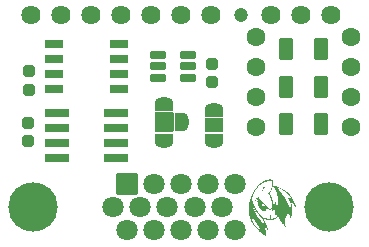
<source format=gbr>
G04 #@! TF.GenerationSoftware,KiCad,Pcbnew,(6.0.6-0)*
G04 #@! TF.CreationDate,2022-07-06T00:13:59-04:00*
G04 #@! TF.ProjectId,PS2VGA,50533256-4741-42e6-9b69-6361645f7063,1*
G04 #@! TF.SameCoordinates,Original*
G04 #@! TF.FileFunction,Soldermask,Top*
G04 #@! TF.FilePolarity,Negative*
%FSLAX46Y46*%
G04 Gerber Fmt 4.6, Leading zero omitted, Abs format (unit mm)*
G04 Created by KiCad (PCBNEW (6.0.6-0)) date 2022-07-06 00:13:59*
%MOMM*%
%LPD*%
G01*
G04 APERTURE LIST*
G04 Aperture macros list*
%AMRoundRect*
0 Rectangle with rounded corners*
0 $1 Rounding radius*
0 $2 $3 $4 $5 $6 $7 $8 $9 X,Y pos of 4 corners*
0 Add a 4 corners polygon primitive as box body*
4,1,4,$2,$3,$4,$5,$6,$7,$8,$9,$2,$3,0*
0 Add four circle primitives for the rounded corners*
1,1,$1+$1,$2,$3*
1,1,$1+$1,$4,$5*
1,1,$1+$1,$6,$7*
1,1,$1+$1,$8,$9*
0 Add four rect primitives between the rounded corners*
20,1,$1+$1,$2,$3,$4,$5,0*
20,1,$1+$1,$4,$5,$6,$7,0*
20,1,$1+$1,$6,$7,$8,$9,0*
20,1,$1+$1,$8,$9,$2,$3,0*%
%AMFreePoly0*
4,1,37,0.585921,0.785921,0.600800,0.750000,0.600800,-0.750000,0.585921,-0.785921,0.550000,-0.800800,0.000000,-0.800800,-0.012526,-0.795612,-0.080872,-0.794359,-0.095090,-0.792057,-0.230405,-0.749782,-0.243405,-0.743581,-0.361415,-0.665026,-0.372153,-0.655426,-0.463373,-0.546907,-0.470984,-0.534678,-0.528079,-0.404919,-0.531952,-0.391047,-0.549535,-0.256587,-0.548147,-0.256405,-0.550800,-0.250000,
-0.550800,0.250000,-0.550314,0.251174,-0.550158,0.263925,-0.528347,0.404002,-0.524136,0.417775,-0.463888,0.546100,-0.455980,0.558139,-0.362136,0.664397,-0.351168,0.673732,-0.231273,0.749380,-0.218125,0.755261,-0.081818,0.794218,-0.067547,0.796173,-0.011991,0.795833,0.000000,0.800800,0.550000,0.800800,0.585921,0.785921,0.585921,0.785921,$1*%
%AMFreePoly1*
4,1,37,0.012350,0.795685,0.074215,0.795307,0.088460,0.793178,0.224281,0.752559,0.237356,0.746518,0.356318,0.669411,0.367173,0.659942,0.459711,0.552545,0.467470,0.540411,0.526147,0.411359,0.530190,0.397535,0.550287,0.257202,0.550800,0.250000,0.550800,-0.250000,0.550796,-0.250620,0.550647,-0.262836,0.549947,-0.270644,0.526427,-0.410445,0.522048,-0.424167,0.460236,-0.551746,
0.452182,-0.563686,0.357047,-0.668790,0.345965,-0.677991,0.225155,-0.752168,0.211936,-0.757888,0.075163,-0.795177,0.060870,-0.796957,0.011464,-0.796051,0.000000,-0.800800,-0.550000,-0.800800,-0.585921,-0.785921,-0.600800,-0.750000,-0.600800,0.750000,-0.585921,0.785921,-0.550000,0.800800,0.000000,0.800800,0.012350,0.795685,0.012350,0.795685,$1*%
%AMFreePoly2*
4,1,37,0.535921,0.785921,0.550800,0.750000,0.550800,-0.750000,0.535921,-0.785921,0.500000,-0.800800,0.000000,-0.800800,-0.012526,-0.795612,-0.080872,-0.794359,-0.095090,-0.792057,-0.230405,-0.749782,-0.243405,-0.743581,-0.361415,-0.665026,-0.372153,-0.655426,-0.463373,-0.546907,-0.470984,-0.534678,-0.528079,-0.404919,-0.531952,-0.391047,-0.549535,-0.256587,-0.548147,-0.256405,-0.550800,-0.250000,
-0.550800,0.250000,-0.550314,0.251174,-0.550158,0.263925,-0.528347,0.404002,-0.524136,0.417775,-0.463888,0.546100,-0.455980,0.558139,-0.362136,0.664397,-0.351168,0.673732,-0.231273,0.749380,-0.218125,0.755261,-0.081818,0.794218,-0.067547,0.796173,-0.011991,0.795833,0.000000,0.800800,0.500000,0.800800,0.535921,0.785921,0.535921,0.785921,$1*%
%AMFreePoly3*
4,1,37,0.012350,0.795685,0.074215,0.795307,0.088460,0.793178,0.224281,0.752559,0.237356,0.746518,0.356318,0.669411,0.367173,0.659942,0.459711,0.552545,0.467470,0.540411,0.526147,0.411359,0.530190,0.397535,0.550287,0.257202,0.550800,0.250000,0.550800,-0.250000,0.550796,-0.250620,0.550647,-0.262836,0.549947,-0.270644,0.526427,-0.410445,0.522048,-0.424167,0.460236,-0.551746,
0.452182,-0.563686,0.357047,-0.668790,0.345965,-0.677991,0.225155,-0.752168,0.211936,-0.757888,0.075163,-0.795177,0.060870,-0.796957,0.011464,-0.796051,0.000000,-0.800800,-0.500000,-0.800800,-0.535921,-0.785921,-0.550800,-0.750000,-0.550800,0.750000,-0.535921,0.785921,-0.500000,0.800800,0.000000,0.800800,0.012350,0.795685,0.012350,0.795685,$1*%
G04 Aperture macros list end*
%ADD10FreePoly0,270.000000*%
%ADD11RoundRect,0.050800X-0.750000X0.500000X-0.750000X-0.500000X0.750000X-0.500000X0.750000X0.500000X0*%
%ADD12FreePoly1,270.000000*%
%ADD13RoundRect,0.275800X-0.250000X0.225000X-0.250000X-0.225000X0.250000X-0.225000X0.250000X0.225000X0*%
%ADD14RoundRect,0.300800X-0.325000X-0.650000X0.325000X-0.650000X0.325000X0.650000X-0.325000X0.650000X0*%
%ADD15FreePoly2,90.000000*%
%ADD16FreePoly3,90.000000*%
%ADD17RoundRect,0.275800X0.250000X-0.225000X0.250000X0.225000X-0.250000X0.225000X-0.250000X-0.225000X0*%
%ADD18FreePoly2,180.000000*%
%ADD19FreePoly3,180.000000*%
%ADD20RoundRect,0.091400X-0.564400X-0.249400X0.564400X-0.249400X0.564400X0.249400X-0.564400X0.249400X0*%
%ADD21RoundRect,0.092800X0.943000X0.258000X-0.943000X0.258000X-0.943000X-0.258000X0.943000X-0.258000X0*%
%ADD22FreePoly2,270.000000*%
%ADD23FreePoly3,270.000000*%
%ADD24RoundRect,0.050800X0.727449X0.279000X-0.727449X0.279000X-0.727449X-0.279000X0.727449X-0.279000X0*%
%ADD25C,1.200000*%
%ADD26C,1.625600*%
%ADD27RoundRect,0.050800X-0.850000X-0.850000X0.850000X-0.850000X0.850000X0.850000X-0.850000X0.850000X0*%
%ADD28C,1.801600*%
%ADD29C,4.167600*%
%ADD30C,1.601600*%
G04 APERTURE END LIST*
G36*
X149111233Y-115294497D02*
G01*
X149094710Y-115252823D01*
X149080230Y-115211703D01*
X149067828Y-115171245D01*
X149058782Y-115136348D01*
X149395476Y-115136348D01*
X149395585Y-115140916D01*
X149396222Y-115153303D01*
X149397365Y-115164096D01*
X149399163Y-115174137D01*
X149401764Y-115184267D01*
X149404975Y-115194335D01*
X149410078Y-115207395D01*
X149416341Y-115220352D01*
X149423515Y-115232842D01*
X149431348Y-115244504D01*
X149439588Y-115254975D01*
X149447986Y-115263892D01*
X149456290Y-115270895D01*
X149459494Y-115273057D01*
X149472287Y-115280150D01*
X149486155Y-115286290D01*
X149500269Y-115291156D01*
X149513801Y-115294426D01*
X149515212Y-115294674D01*
X149522602Y-115295488D01*
X149531371Y-115295800D01*
X149540526Y-115295624D01*
X149549074Y-115294973D01*
X149554957Y-115294091D01*
X149568296Y-115290223D01*
X149580353Y-115284289D01*
X149590994Y-115276401D01*
X149600086Y-115266670D01*
X149607494Y-115255210D01*
X149611254Y-115247108D01*
X149612923Y-115242767D01*
X149614277Y-115238909D01*
X149614875Y-115236915D01*
X149614874Y-115236314D01*
X149614554Y-115235467D01*
X149613824Y-115234280D01*
X149612587Y-115232655D01*
X149610750Y-115230498D01*
X149608220Y-115227712D01*
X149604902Y-115224202D01*
X149600701Y-115219872D01*
X149595525Y-115214626D01*
X149589279Y-115208369D01*
X149581868Y-115201004D01*
X149573200Y-115192437D01*
X149563179Y-115182570D01*
X149551712Y-115171310D01*
X149538704Y-115158558D01*
X149524063Y-115144221D01*
X149518166Y-115138451D01*
X149505219Y-115125787D01*
X149492762Y-115113615D01*
X149480909Y-115102046D01*
X149469772Y-115091189D01*
X149459465Y-115081153D01*
X149450100Y-115072048D01*
X149441790Y-115063984D01*
X149434649Y-115057070D01*
X149428788Y-115051416D01*
X149424321Y-115047132D01*
X149421361Y-115044327D01*
X149420020Y-115043111D01*
X149419953Y-115043067D01*
X149418907Y-115044147D01*
X149417189Y-115047098D01*
X149414991Y-115051489D01*
X149412511Y-115056888D01*
X149409942Y-115062864D01*
X149407479Y-115068983D01*
X149405317Y-115074815D01*
X149404404Y-115077509D01*
X149400125Y-115092351D01*
X149397293Y-115106512D01*
X149395785Y-115120881D01*
X149395476Y-115136348D01*
X149058782Y-115136348D01*
X149057540Y-115131557D01*
X149049404Y-115092748D01*
X149044518Y-115062760D01*
X149042406Y-115046587D01*
X149040890Y-115031811D01*
X149039900Y-115017459D01*
X149039367Y-115002560D01*
X149039221Y-114988668D01*
X149039199Y-114979996D01*
X149039137Y-114973446D01*
X149039004Y-114968680D01*
X149038768Y-114965360D01*
X149038398Y-114963146D01*
X149037863Y-114961700D01*
X149037132Y-114960683D01*
X149036578Y-114960131D01*
X149035170Y-114959127D01*
X149031829Y-114956911D01*
X149026708Y-114953581D01*
X149019958Y-114949235D01*
X149011733Y-114943968D01*
X149002184Y-114937880D01*
X148991464Y-114931066D01*
X148979726Y-114923623D01*
X148967121Y-114915650D01*
X148953802Y-114907242D01*
X148939922Y-114898498D01*
X148939813Y-114898430D01*
X148925921Y-114889678D01*
X148912585Y-114881257D01*
X148899956Y-114873266D01*
X148888188Y-114865802D01*
X148877435Y-114858962D01*
X148867848Y-114852845D01*
X148859581Y-114847547D01*
X148852787Y-114843166D01*
X148847619Y-114839801D01*
X148844230Y-114837547D01*
X148842773Y-114836504D01*
X148842771Y-114836503D01*
X148838751Y-114831567D01*
X148836750Y-114826310D01*
X148836851Y-114821165D01*
X148839004Y-114816732D01*
X148843638Y-114812670D01*
X148850013Y-114809688D01*
X148857606Y-114807906D01*
X148865889Y-114807447D01*
X148874337Y-114808433D01*
X148874553Y-114808479D01*
X148877821Y-114809524D01*
X148883006Y-114811621D01*
X148889864Y-114814647D01*
X148898149Y-114818477D01*
X148907615Y-114822988D01*
X148918019Y-114828056D01*
X148929113Y-114833557D01*
X148940655Y-114839367D01*
X148952397Y-114845363D01*
X148964096Y-114851421D01*
X148975505Y-114857417D01*
X148986380Y-114863227D01*
X148996476Y-114868728D01*
X149005547Y-114873795D01*
X149013349Y-114878304D01*
X149016123Y-114879964D01*
X149025741Y-114885741D01*
X149033547Y-114890293D01*
X149039804Y-114893722D01*
X149044774Y-114896131D01*
X149048718Y-114897622D01*
X149051899Y-114898298D01*
X149054577Y-114898260D01*
X149057016Y-114897611D01*
X149058991Y-114896711D01*
X149062258Y-114894291D01*
X149066140Y-114890333D01*
X149070100Y-114885472D01*
X149073603Y-114880346D01*
X149075257Y-114877415D01*
X149077770Y-114870790D01*
X149078508Y-114864549D01*
X149077469Y-114859445D01*
X149076358Y-114857842D01*
X149073743Y-114854593D01*
X149069778Y-114849872D01*
X149064614Y-114843854D01*
X149058403Y-114836714D01*
X149051298Y-114828628D01*
X149043450Y-114819771D01*
X149035012Y-114810317D01*
X149027766Y-114802249D01*
X149008605Y-114780961D01*
X148991050Y-114761420D01*
X148975045Y-114743560D01*
X148960531Y-114727316D01*
X148947451Y-114712622D01*
X148935748Y-114699410D01*
X148925364Y-114687615D01*
X148916241Y-114677171D01*
X148908323Y-114668012D01*
X148901550Y-114660071D01*
X148895867Y-114653282D01*
X148891215Y-114647580D01*
X148887537Y-114642897D01*
X148884775Y-114639169D01*
X148882871Y-114636328D01*
X148881830Y-114634442D01*
X148880163Y-114628700D01*
X148879635Y-114621871D01*
X148880275Y-114615061D01*
X148881260Y-114611362D01*
X148884780Y-114604341D01*
X148889569Y-114598904D01*
X148895272Y-114595233D01*
X148901535Y-114593504D01*
X148908004Y-114593898D01*
X148912522Y-114595563D01*
X148914289Y-114596866D01*
X148917626Y-114599721D01*
X148922346Y-114603956D01*
X148928264Y-114609398D01*
X148935193Y-114615873D01*
X148942948Y-114623209D01*
X148951342Y-114631232D01*
X148960190Y-114639770D01*
X148962628Y-114642137D01*
X148973030Y-114652269D01*
X148982687Y-114661727D01*
X148991827Y-114670743D01*
X149000678Y-114679547D01*
X149009467Y-114688372D01*
X149018422Y-114697450D01*
X149027772Y-114707011D01*
X149037744Y-114717288D01*
X149048566Y-114728513D01*
X149060466Y-114740916D01*
X149073673Y-114754731D01*
X149083203Y-114764722D01*
X149090226Y-114771982D01*
X149096584Y-114778347D01*
X149102056Y-114783605D01*
X149106418Y-114787545D01*
X149109448Y-114789955D01*
X149110261Y-114790456D01*
X149116787Y-114792693D01*
X149123041Y-114792766D01*
X149128621Y-114790753D01*
X149133125Y-114786737D01*
X149133874Y-114785683D01*
X149135067Y-114783363D01*
X149135355Y-114780852D01*
X149134814Y-114777174D01*
X149134602Y-114776161D01*
X149133859Y-114773918D01*
X149132191Y-114769649D01*
X149129690Y-114763570D01*
X149126449Y-114755896D01*
X149122560Y-114746842D01*
X149118116Y-114736624D01*
X149113209Y-114725457D01*
X149107933Y-114713558D01*
X149102379Y-114701140D01*
X149102273Y-114700905D01*
X149094447Y-114683469D01*
X149087540Y-114668040D01*
X149081454Y-114654386D01*
X149076087Y-114642275D01*
X149071339Y-114631473D01*
X149067110Y-114621748D01*
X149063301Y-114612867D01*
X149059810Y-114604597D01*
X149056538Y-114596706D01*
X149053385Y-114588961D01*
X149050250Y-114581130D01*
X149047033Y-114572979D01*
X149045317Y-114568594D01*
X149035466Y-114543363D01*
X149034887Y-114529329D01*
X149034713Y-114521205D01*
X149035038Y-114515028D01*
X149035988Y-114510311D01*
X149037687Y-114506567D01*
X149040260Y-114503311D01*
X149041982Y-114501651D01*
X149047187Y-114498186D01*
X149052463Y-114497174D01*
X149057888Y-114498606D01*
X149059753Y-114499630D01*
X149062226Y-114501930D01*
X149065722Y-114506409D01*
X149070244Y-114513071D01*
X149075794Y-114521919D01*
X149082376Y-114532960D01*
X149089991Y-114546197D01*
X149098642Y-114561635D01*
X149108331Y-114579278D01*
X149119062Y-114599131D01*
X149130837Y-114621198D01*
X149143658Y-114645483D01*
X149152705Y-114662750D01*
X149159103Y-114674981D01*
X149165240Y-114686686D01*
X149171008Y-114697664D01*
X149176301Y-114707710D01*
X149181009Y-114716621D01*
X149185027Y-114724194D01*
X149188247Y-114730225D01*
X149190560Y-114734511D01*
X149191860Y-114736849D01*
X149191962Y-114737022D01*
X149193108Y-114738312D01*
X149195959Y-114741245D01*
X149200445Y-114745755D01*
X149206500Y-114751776D01*
X149214056Y-114759242D01*
X149223045Y-114768088D01*
X149233398Y-114778248D01*
X149245047Y-114789655D01*
X149257926Y-114802246D01*
X149271966Y-114815953D01*
X149287099Y-114830711D01*
X149303256Y-114846454D01*
X149320371Y-114863116D01*
X149338376Y-114880632D01*
X149357201Y-114898936D01*
X149376780Y-114917962D01*
X149397045Y-114937644D01*
X149417926Y-114957917D01*
X149439358Y-114978715D01*
X149461271Y-114999972D01*
X149483598Y-115021623D01*
X149506271Y-115043601D01*
X149529222Y-115065841D01*
X149552383Y-115088277D01*
X149575686Y-115110844D01*
X149599063Y-115133475D01*
X149622446Y-115156105D01*
X149645767Y-115178668D01*
X149668959Y-115201099D01*
X149691953Y-115223332D01*
X149714682Y-115245300D01*
X149737078Y-115266938D01*
X149759072Y-115288181D01*
X149780597Y-115308963D01*
X149801584Y-115329217D01*
X149821967Y-115348879D01*
X149841676Y-115367882D01*
X149860645Y-115386160D01*
X149878804Y-115403649D01*
X149896087Y-115420282D01*
X149912425Y-115435993D01*
X149927751Y-115450717D01*
X149941996Y-115464388D01*
X149955092Y-115476940D01*
X149966972Y-115488307D01*
X149977568Y-115498424D01*
X149986811Y-115507226D01*
X149994634Y-115514645D01*
X150000969Y-115520616D01*
X150005748Y-115525075D01*
X150008903Y-115527954D01*
X150010323Y-115529159D01*
X150018108Y-115534247D01*
X150027339Y-115539607D01*
X150037248Y-115544844D01*
X150047070Y-115549561D01*
X150056040Y-115553361D01*
X150059555Y-115554652D01*
X150069894Y-115557514D01*
X150080119Y-115559026D01*
X150089622Y-115559142D01*
X150097798Y-115557813D01*
X150098063Y-115557736D01*
X150107855Y-115553771D01*
X150118284Y-115547435D01*
X150129343Y-115538732D01*
X150141029Y-115527668D01*
X150153336Y-115514247D01*
X150166257Y-115498475D01*
X150172382Y-115490463D01*
X150177577Y-115483662D01*
X150181667Y-115478716D01*
X150184922Y-115475435D01*
X150187613Y-115473634D01*
X150190011Y-115473123D01*
X150192386Y-115473717D01*
X150194693Y-115475017D01*
X150196350Y-115476384D01*
X150197256Y-115478207D01*
X150197628Y-115481202D01*
X150197690Y-115484855D01*
X150197227Y-115493421D01*
X150195921Y-115503689D01*
X150193898Y-115515095D01*
X150191283Y-115527077D01*
X150188203Y-115539072D01*
X150184783Y-115550519D01*
X150181148Y-115560854D01*
X150180149Y-115563374D01*
X150171700Y-115580942D01*
X150161237Y-115597330D01*
X150148951Y-115612327D01*
X150135037Y-115625721D01*
X150119686Y-115637300D01*
X150104591Y-115646103D01*
X150094553Y-115650523D01*
X150085403Y-115653026D01*
X150076625Y-115653719D01*
X150070120Y-115653137D01*
X150058093Y-115650168D01*
X150045887Y-115645068D01*
X150034037Y-115638062D01*
X150033653Y-115637798D01*
X150031220Y-115635872D01*
X150027258Y-115632401D01*
X150021745Y-115627365D01*
X150014662Y-115620744D01*
X150005989Y-115612521D01*
X149995705Y-115602675D01*
X149983789Y-115591186D01*
X149970223Y-115578036D01*
X149954986Y-115563206D01*
X149938058Y-115546676D01*
X149919418Y-115528426D01*
X149913964Y-115523079D01*
X149900173Y-115509557D01*
X149886866Y-115496517D01*
X149874148Y-115484062D01*
X149862126Y-115472295D01*
X149850906Y-115461321D01*
X149840593Y-115451241D01*
X149831293Y-115442161D01*
X149823112Y-115434183D01*
X149816157Y-115427410D01*
X149810532Y-115421946D01*
X149806345Y-115417895D01*
X149803700Y-115415359D01*
X149802704Y-115414443D01*
X149802702Y-115414442D01*
X149802193Y-115415422D01*
X149801528Y-115418319D01*
X149800818Y-115422604D01*
X149800506Y-115424904D01*
X149797747Y-115441517D01*
X149793579Y-115459551D01*
X149788166Y-115478537D01*
X149781674Y-115498003D01*
X149774268Y-115517481D01*
X149766113Y-115536498D01*
X149757376Y-115554586D01*
X149750305Y-115567672D01*
X149744457Y-115577518D01*
X149737257Y-115588940D01*
X149728929Y-115601621D01*
X149719695Y-115615245D01*
X149709778Y-115629495D01*
X149699402Y-115644054D01*
X149688788Y-115658606D01*
X149678159Y-115672834D01*
X149667739Y-115686421D01*
X149658600Y-115697994D01*
X149650600Y-115707963D01*
X149642600Y-115708745D01*
X149636350Y-115709140D01*
X149628187Y-115709329D01*
X149618651Y-115709316D01*
X149608281Y-115709107D01*
X149597616Y-115708708D01*
X149588612Y-115708216D01*
X149581011Y-115707620D01*
X149572666Y-115706788D01*
X149564775Y-115705844D01*
X149560303Y-115705209D01*
X149545127Y-115702336D01*
X149528250Y-115698225D01*
X149510025Y-115692998D01*
X149490804Y-115686776D01*
X149470940Y-115679680D01*
X149450783Y-115671834D01*
X149430687Y-115663357D01*
X149411003Y-115654372D01*
X149405671Y-115651809D01*
X149384857Y-115641334D01*
X149366066Y-115631072D01*
X149348905Y-115620751D01*
X149332985Y-115610098D01*
X149317913Y-115598841D01*
X149303299Y-115586709D01*
X149288751Y-115573429D01*
X149278258Y-115563164D01*
X149258317Y-115542162D01*
X149239359Y-115520107D01*
X149221230Y-115496772D01*
X149203770Y-115471931D01*
X149186822Y-115445357D01*
X149170229Y-115416824D01*
X149153834Y-115386105D01*
X149150260Y-115379075D01*
X149148484Y-115375396D01*
X149637676Y-115375396D01*
X149638493Y-115384109D01*
X149640761Y-115393737D01*
X149644204Y-115403591D01*
X149648548Y-115412983D01*
X149653519Y-115421226D01*
X149658324Y-115427116D01*
X149668027Y-115435563D01*
X149678248Y-115441717D01*
X149688874Y-115445528D01*
X149699792Y-115446947D01*
X149703415Y-115446883D01*
X149708795Y-115446434D01*
X149713189Y-115445563D01*
X149717623Y-115443986D01*
X149723126Y-115441417D01*
X149723168Y-115441396D01*
X149732911Y-115435378D01*
X149741595Y-115427677D01*
X149748612Y-115418857D01*
X149749993Y-115416615D01*
X149752692Y-115411124D01*
X149755515Y-115403929D01*
X149758210Y-115395757D01*
X149760524Y-115387337D01*
X149761348Y-115383782D01*
X149763171Y-115375383D01*
X149729655Y-115342464D01*
X149721833Y-115334798D01*
X149714285Y-115327434D01*
X149707257Y-115320608D01*
X149700995Y-115314558D01*
X149695744Y-115309520D01*
X149691749Y-115305733D01*
X149689256Y-115303433D01*
X149689224Y-115303404D01*
X149682308Y-115297263D01*
X149671634Y-115307251D01*
X149662028Y-115317027D01*
X149654359Y-115326683D01*
X149648197Y-115336789D01*
X149645757Y-115341733D01*
X149642650Y-115349673D01*
X149640114Y-115358478D01*
X149638380Y-115367188D01*
X149637681Y-115374839D01*
X149637676Y-115375396D01*
X149148484Y-115375396D01*
X149129761Y-115336617D01*
X149111233Y-115294497D01*
G37*
G36*
X150333945Y-116022558D02*
G01*
X150336392Y-116025693D01*
X150337791Y-116030311D01*
X150338001Y-116033271D01*
X150338435Y-116037325D01*
X150339611Y-116042995D01*
X150341337Y-116049619D01*
X150343424Y-116056534D01*
X150345681Y-116063078D01*
X150347918Y-116068587D01*
X150348526Y-116069878D01*
X150352056Y-116076013D01*
X150356304Y-116081869D01*
X150359065Y-116084962D01*
X150367195Y-116092038D01*
X150377409Y-116099187D01*
X150389345Y-116106194D01*
X150402645Y-116112842D01*
X150413695Y-116117626D01*
X150418782Y-116119825D01*
X150421922Y-116121581D01*
X150423523Y-116123160D01*
X150423954Y-116124342D01*
X150423815Y-116127003D01*
X150423210Y-116128225D01*
X150421741Y-116128652D01*
X150418167Y-116129301D01*
X150412829Y-116130129D01*
X150406070Y-116131093D01*
X150398232Y-116132152D01*
X150389656Y-116133264D01*
X150380685Y-116134385D01*
X150371660Y-116135474D01*
X150362924Y-116136489D01*
X150354818Y-116137386D01*
X150347686Y-116138125D01*
X150341867Y-116138661D01*
X150337706Y-116138954D01*
X150336155Y-116138995D01*
X150331193Y-116138600D01*
X150326204Y-116137690D01*
X150324814Y-116137308D01*
X150316073Y-116133562D01*
X150308627Y-116128351D01*
X150302722Y-116121988D01*
X150298602Y-116114785D01*
X150296515Y-116107057D01*
X150296430Y-116101112D01*
X150297029Y-116098363D01*
X150298394Y-116093840D01*
X150300396Y-116087876D01*
X150302905Y-116080803D01*
X150305791Y-116072955D01*
X150308926Y-116064665D01*
X150312179Y-116056267D01*
X150315422Y-116048092D01*
X150318525Y-116040474D01*
X150321357Y-116033746D01*
X150323791Y-116028242D01*
X150325697Y-116024294D01*
X150326944Y-116022235D01*
X150327165Y-116022039D01*
X150330764Y-116021232D01*
X150333945Y-116022558D01*
G37*
G36*
X149861387Y-113412465D02*
G01*
X149861682Y-113413999D01*
X149860836Y-113415389D01*
X149858450Y-113418245D01*
X149854755Y-113422319D01*
X149849978Y-113427366D01*
X149844349Y-113433138D01*
X149838081Y-113439406D01*
X149814202Y-113463205D01*
X149792025Y-113485739D01*
X149771593Y-113506964D01*
X149752947Y-113526834D01*
X149736130Y-113545306D01*
X149721184Y-113562334D01*
X149712867Y-113572156D01*
X149709251Y-113576668D01*
X149704539Y-113582815D01*
X149699023Y-113590199D01*
X149692997Y-113598424D01*
X149686753Y-113607091D01*
X149680585Y-113615803D01*
X149679262Y-113617696D01*
X149668444Y-113633096D01*
X149658631Y-113646837D01*
X149649507Y-113659338D01*
X149640756Y-113671020D01*
X149632065Y-113682300D01*
X149623116Y-113693598D01*
X149613596Y-113705334D01*
X149610681Y-113708881D01*
X149593902Y-113729506D01*
X149578797Y-113748623D01*
X149565237Y-113766400D01*
X149553095Y-113783009D01*
X149542242Y-113798617D01*
X149537461Y-113805792D01*
X149534463Y-113810677D01*
X149530526Y-113817596D01*
X149525751Y-113826350D01*
X149520236Y-113836741D01*
X149514081Y-113848569D01*
X149507384Y-113861637D01*
X149500245Y-113875746D01*
X149492763Y-113890696D01*
X149485038Y-113906291D01*
X149477168Y-113922330D01*
X149469252Y-113938615D01*
X149461390Y-113954948D01*
X149453681Y-113971130D01*
X149446224Y-113986963D01*
X149439118Y-114002247D01*
X149436205Y-114008581D01*
X149424913Y-114033544D01*
X149413085Y-114060317D01*
X149400946Y-114088369D01*
X149388722Y-114117168D01*
X149376641Y-114146185D01*
X149364928Y-114174887D01*
X149359305Y-114188893D01*
X149355965Y-114197198D01*
X149352837Y-114204861D01*
X149350059Y-114211552D01*
X149347771Y-114216936D01*
X149346113Y-114220683D01*
X149345241Y-114222432D01*
X149342490Y-114224711D01*
X149338863Y-114225329D01*
X149335282Y-114224306D01*
X149332971Y-114222171D01*
X149332507Y-114221328D01*
X149332215Y-114220280D01*
X149332139Y-114218800D01*
X149332325Y-114216662D01*
X149332817Y-114213638D01*
X149333660Y-114209501D01*
X149334899Y-114204024D01*
X149336578Y-114196980D01*
X149338744Y-114188142D01*
X149341440Y-114177284D01*
X149343368Y-114169555D01*
X149348758Y-114148183D01*
X149353767Y-114128814D01*
X149358517Y-114111038D01*
X149363130Y-114094447D01*
X149367727Y-114078634D01*
X149372430Y-114063189D01*
X149377359Y-114047705D01*
X149382638Y-114031773D01*
X149388387Y-114014986D01*
X149394727Y-113996934D01*
X149394962Y-113996273D01*
X149402652Y-113974814D01*
X149410540Y-113953190D01*
X149418560Y-113931563D01*
X149426646Y-113910094D01*
X149434732Y-113888947D01*
X149442753Y-113868284D01*
X149450643Y-113848268D01*
X149458336Y-113829060D01*
X149465766Y-113810824D01*
X149472867Y-113793721D01*
X149479574Y-113777915D01*
X149485821Y-113763567D01*
X149491542Y-113750841D01*
X149496671Y-113739898D01*
X149501142Y-113730901D01*
X149504890Y-113724012D01*
X149505952Y-113722239D01*
X149510340Y-113715592D01*
X149515631Y-113708462D01*
X149521993Y-113700656D01*
X149529593Y-113691982D01*
X149538597Y-113682249D01*
X149549173Y-113671264D01*
X149558896Y-113661428D01*
X149579580Y-113641126D01*
X149602097Y-113619817D01*
X149626158Y-113597744D01*
X149651479Y-113575155D01*
X149677772Y-113552295D01*
X149704751Y-113529408D01*
X149732129Y-113506742D01*
X149759620Y-113484540D01*
X149786938Y-113463050D01*
X149813796Y-113442516D01*
X149817868Y-113439458D01*
X149825593Y-113433683D01*
X149832911Y-113428231D01*
X149839525Y-113423324D01*
X149845140Y-113419179D01*
X149849459Y-113416017D01*
X149852186Y-113414055D01*
X149852607Y-113413762D01*
X149856616Y-113411618D01*
X149859647Y-113411188D01*
X149861387Y-113412465D01*
G37*
G36*
X148330519Y-114987397D02*
G01*
X148336996Y-114948877D01*
X148344032Y-114910642D01*
X148351626Y-114872601D01*
X148366652Y-114805251D01*
X148383779Y-114738066D01*
X148403037Y-114670968D01*
X148407720Y-114656301D01*
X148574426Y-114656301D01*
X148574694Y-114697203D01*
X148576003Y-114739301D01*
X148578355Y-114782334D01*
X148578631Y-114786446D01*
X148580119Y-114807396D01*
X148581583Y-114826140D01*
X148583062Y-114842929D01*
X148584595Y-114858018D01*
X148586221Y-114871659D01*
X148587981Y-114884106D01*
X148589912Y-114895612D01*
X148592054Y-114906431D01*
X148594447Y-114916816D01*
X148597129Y-114927020D01*
X148600140Y-114937296D01*
X148603519Y-114947898D01*
X148603732Y-114948541D01*
X148607198Y-114958717D01*
X148610799Y-114968636D01*
X148614640Y-114978511D01*
X148618823Y-114988557D01*
X148623452Y-114998990D01*
X148628630Y-115010024D01*
X148634461Y-115021875D01*
X148641048Y-115034757D01*
X148648494Y-115048886D01*
X148656903Y-115064477D01*
X148666379Y-115081743D01*
X148677024Y-115100902D01*
X148677032Y-115100915D01*
X148685852Y-115116926D01*
X148694492Y-115133021D01*
X148702789Y-115148875D01*
X148710577Y-115164162D01*
X148717692Y-115178555D01*
X148723970Y-115191729D01*
X148729246Y-115203358D01*
X148732277Y-115210456D01*
X148734812Y-115216825D01*
X148737886Y-115224907D01*
X148741268Y-115234074D01*
X148744728Y-115243699D01*
X148748037Y-115253157D01*
X148749145Y-115256396D01*
X148755062Y-115273343D01*
X148761255Y-115290130D01*
X148767789Y-115306873D01*
X148774725Y-115323685D01*
X148782126Y-115340680D01*
X148790057Y-115357973D01*
X148798579Y-115375679D01*
X148807755Y-115393911D01*
X148817649Y-115412785D01*
X148828324Y-115432413D01*
X148839842Y-115452911D01*
X148852267Y-115474393D01*
X148865660Y-115496973D01*
X148880087Y-115520765D01*
X148895608Y-115545884D01*
X148912288Y-115572444D01*
X148930189Y-115600560D01*
X148949374Y-115630345D01*
X148969906Y-115661915D01*
X148986195Y-115686782D01*
X148999439Y-115706915D01*
X149011513Y-115725195D01*
X149022574Y-115741842D01*
X149032777Y-115757077D01*
X149042279Y-115771120D01*
X149051235Y-115784192D01*
X149059801Y-115796513D01*
X149068134Y-115808305D01*
X149076389Y-115819787D01*
X149084723Y-115831181D01*
X149093290Y-115842707D01*
X149102249Y-115854585D01*
X149111753Y-115867037D01*
X149121960Y-115880283D01*
X149133025Y-115894544D01*
X149133776Y-115895508D01*
X149141864Y-115905853D01*
X149150840Y-115917247D01*
X149160605Y-115929569D01*
X149171056Y-115942694D01*
X149182093Y-115956498D01*
X149193615Y-115970859D01*
X149205522Y-115985652D01*
X149217711Y-116000754D01*
X149230083Y-116016042D01*
X149242535Y-116031392D01*
X149254968Y-116046680D01*
X149267280Y-116061783D01*
X149279370Y-116076578D01*
X149291138Y-116090940D01*
X149302482Y-116104746D01*
X149313301Y-116117874D01*
X149323494Y-116130198D01*
X149332961Y-116141596D01*
X149341600Y-116151944D01*
X149349310Y-116161118D01*
X149355991Y-116168995D01*
X149361542Y-116175452D01*
X149365861Y-116180365D01*
X149368847Y-116183610D01*
X149370400Y-116185064D01*
X149370438Y-116185087D01*
X149372711Y-116186287D01*
X149376844Y-116188351D01*
X149382470Y-116191099D01*
X149389220Y-116194353D01*
X149396725Y-116197933D01*
X149401595Y-116200237D01*
X149458104Y-116225812D01*
X149515068Y-116249459D01*
X149572343Y-116271138D01*
X149629787Y-116290808D01*
X149687256Y-116308428D01*
X149744606Y-116323956D01*
X149801694Y-116337353D01*
X149858376Y-116348577D01*
X149914509Y-116357588D01*
X149969950Y-116364344D01*
X149981685Y-116365491D01*
X149993177Y-116366542D01*
X150003831Y-116367461D01*
X150013975Y-116368267D01*
X150023933Y-116368976D01*
X150034032Y-116369605D01*
X150044599Y-116370172D01*
X150055959Y-116370695D01*
X150068439Y-116371190D01*
X150082365Y-116371676D01*
X150098063Y-116372169D01*
X150115860Y-116372686D01*
X150117996Y-116372747D01*
X150121797Y-116372736D01*
X150124366Y-116372505D01*
X150125073Y-116372203D01*
X150124228Y-116371146D01*
X150121890Y-116368694D01*
X150118352Y-116365142D01*
X150113909Y-116360787D01*
X150110266Y-116357274D01*
X150097065Y-116343713D01*
X150086056Y-116330314D01*
X150077028Y-116316706D01*
X150069771Y-116302521D01*
X150064071Y-116287387D01*
X150059719Y-116270936D01*
X150059012Y-116267557D01*
X150057922Y-116260047D01*
X150057214Y-116250602D01*
X150056884Y-116239716D01*
X150056926Y-116227886D01*
X150057337Y-116215606D01*
X150058113Y-116203373D01*
X150059247Y-116191681D01*
X150059741Y-116187710D01*
X150063272Y-116164488D01*
X150067391Y-116143639D01*
X150072102Y-116125145D01*
X150077413Y-116108985D01*
X150083328Y-116095141D01*
X150089855Y-116083594D01*
X150094303Y-116077466D01*
X150098109Y-116073023D01*
X150102016Y-116068929D01*
X150105593Y-116065591D01*
X150108409Y-116063416D01*
X150109870Y-116062784D01*
X150110230Y-116063943D01*
X150110356Y-116067157D01*
X150110249Y-116072029D01*
X150109926Y-116077861D01*
X150109579Y-116085015D01*
X150109363Y-116094067D01*
X150109270Y-116104586D01*
X150109292Y-116116144D01*
X150109420Y-116128309D01*
X150109647Y-116140654D01*
X150109965Y-116152746D01*
X150110364Y-116164158D01*
X150110837Y-116174459D01*
X150111377Y-116183219D01*
X150111974Y-116190009D01*
X150112063Y-116190787D01*
X150114442Y-116208684D01*
X150117132Y-116224617D01*
X150120236Y-116239073D01*
X150123859Y-116252542D01*
X150127639Y-116264195D01*
X150131257Y-116273343D01*
X150136021Y-116283664D01*
X150141541Y-116294412D01*
X150147425Y-116304840D01*
X150153281Y-116314198D01*
X150155572Y-116317537D01*
X150160362Y-116323819D01*
X150166231Y-116330779D01*
X150172764Y-116337988D01*
X150179546Y-116345020D01*
X150186163Y-116351445D01*
X150192200Y-116356837D01*
X150197242Y-116360767D01*
X150198001Y-116361280D01*
X150205082Y-116365914D01*
X150214866Y-116365098D01*
X150220769Y-116364463D01*
X150228672Y-116363398D01*
X150238165Y-116361972D01*
X150248838Y-116360254D01*
X150260280Y-116358313D01*
X150272082Y-116356217D01*
X150283832Y-116354035D01*
X150295121Y-116351836D01*
X150300462Y-116350752D01*
X150328808Y-116344525D01*
X150357063Y-116337568D01*
X150385008Y-116329960D01*
X150412423Y-116321783D01*
X150439091Y-116313115D01*
X150464791Y-116304038D01*
X150489305Y-116294630D01*
X150512414Y-116284972D01*
X150533899Y-116275143D01*
X150553541Y-116265224D01*
X150571121Y-116255295D01*
X150583680Y-116247313D01*
X150595209Y-116239030D01*
X150606989Y-116229646D01*
X150618593Y-116219557D01*
X150629597Y-116209161D01*
X150639575Y-116198853D01*
X150648102Y-116189031D01*
X150652949Y-116182699D01*
X150661427Y-116169467D01*
X150667529Y-116156767D01*
X150671270Y-116144543D01*
X150672665Y-116132743D01*
X150671729Y-116121311D01*
X150670885Y-116117506D01*
X150666298Y-116104554D01*
X150659315Y-116091851D01*
X150649997Y-116079466D01*
X150638402Y-116067468D01*
X150624591Y-116055925D01*
X150608623Y-116044907D01*
X150607315Y-116044089D01*
X150602785Y-116041455D01*
X150596609Y-116038121D01*
X150589383Y-116034396D01*
X150581708Y-116030591D01*
X150575545Y-116027650D01*
X150562554Y-116021424D01*
X150551642Y-116015835D01*
X150542567Y-116010702D01*
X150535085Y-116005849D01*
X150528954Y-116001095D01*
X150523930Y-115996264D01*
X150519770Y-115991176D01*
X150516231Y-115985654D01*
X150514849Y-115983119D01*
X150509617Y-115971563D01*
X150504740Y-115957699D01*
X150500237Y-115941654D01*
X150499375Y-115937858D01*
X150594007Y-115937858D01*
X150594623Y-115938473D01*
X150595238Y-115937858D01*
X150594623Y-115937243D01*
X150594007Y-115937858D01*
X150499375Y-115937858D01*
X150496128Y-115923558D01*
X150492432Y-115903541D01*
X150489168Y-115881732D01*
X150486354Y-115858259D01*
X150484011Y-115833253D01*
X150482158Y-115806842D01*
X150480812Y-115779155D01*
X150479995Y-115750322D01*
X150479948Y-115747700D01*
X150479757Y-115735233D01*
X150479661Y-115724973D01*
X150479680Y-115716664D01*
X150479835Y-115710052D01*
X150480147Y-115704882D01*
X150480306Y-115703584D01*
X150580830Y-115703584D01*
X150581077Y-115708405D01*
X150581667Y-115713045D01*
X150584680Y-115724317D01*
X150589602Y-115734093D01*
X150596319Y-115742286D01*
X150604721Y-115748808D01*
X150614696Y-115753571D01*
X150626131Y-115756487D01*
X150638111Y-115757465D01*
X150643354Y-115757411D01*
X150646463Y-115757114D01*
X150647754Y-115756527D01*
X150647787Y-115756008D01*
X150647283Y-115754433D01*
X150646183Y-115750849D01*
X150644593Y-115745605D01*
X150642619Y-115739050D01*
X150640366Y-115731533D01*
X150638902Y-115726632D01*
X150630599Y-115698796D01*
X150619996Y-115698049D01*
X150614016Y-115697643D01*
X150606733Y-115697170D01*
X150599300Y-115696705D01*
X150595633Y-115696484D01*
X150581875Y-115695667D01*
X150581048Y-115700072D01*
X150580830Y-115703584D01*
X150480306Y-115703584D01*
X150480635Y-115700899D01*
X150481322Y-115697849D01*
X150482227Y-115695477D01*
X150483371Y-115693529D01*
X150484457Y-115692122D01*
X150486279Y-115690272D01*
X150487441Y-115690275D01*
X150488115Y-115691083D01*
X150488836Y-115691490D01*
X150489209Y-115689854D01*
X150489285Y-115686160D01*
X150489218Y-115679390D01*
X150478641Y-115670775D01*
X150470520Y-115663643D01*
X150463474Y-115656429D01*
X150457845Y-115649520D01*
X150453976Y-115643305D01*
X150453431Y-115642152D01*
X150451351Y-115636073D01*
X150449478Y-115627875D01*
X150447853Y-115617895D01*
X150446514Y-115606471D01*
X150445501Y-115593938D01*
X150444852Y-115580634D01*
X150444607Y-115566896D01*
X150444606Y-115566157D01*
X150444886Y-115554710D01*
X150445849Y-115544727D01*
X150447665Y-115535291D01*
X150450504Y-115525487D01*
X150453867Y-115516132D01*
X150456543Y-115509911D01*
X150459700Y-115503772D01*
X150463022Y-115498228D01*
X150466194Y-115493793D01*
X150468900Y-115490980D01*
X150469613Y-115490507D01*
X150470654Y-115490033D01*
X150471363Y-115490163D01*
X150471805Y-115491260D01*
X150472043Y-115493685D01*
X150472139Y-115497798D01*
X150472158Y-115503961D01*
X150472158Y-115505010D01*
X150472586Y-115524470D01*
X150473844Y-115542843D01*
X150475891Y-115559941D01*
X150478689Y-115575574D01*
X150482196Y-115589553D01*
X150486373Y-115601687D01*
X150491181Y-115611788D01*
X150496159Y-115619162D01*
X150502875Y-115625981D01*
X150511415Y-115632534D01*
X150521142Y-115638436D01*
X150531420Y-115643303D01*
X150541615Y-115646751D01*
X150542036Y-115646860D01*
X150545224Y-115647602D01*
X150548523Y-115648174D01*
X150552300Y-115648598D01*
X150556923Y-115648895D01*
X150562759Y-115649086D01*
X150570175Y-115649192D01*
X150579540Y-115649233D01*
X150583874Y-115649236D01*
X150593773Y-115649220D01*
X150601467Y-115649164D01*
X150607209Y-115649053D01*
X150611256Y-115648873D01*
X150613862Y-115648609D01*
X150615284Y-115648247D01*
X150615776Y-115647773D01*
X150615737Y-115647442D01*
X150615104Y-115645452D01*
X150613897Y-115641330D01*
X150612182Y-115635317D01*
X150610027Y-115627658D01*
X150607498Y-115618597D01*
X150604663Y-115608375D01*
X150601589Y-115597238D01*
X150598342Y-115585428D01*
X150594990Y-115573188D01*
X150591600Y-115560763D01*
X150588240Y-115548395D01*
X150584974Y-115536328D01*
X150581872Y-115524805D01*
X150579195Y-115514801D01*
X150573175Y-115491995D01*
X150566893Y-115467773D01*
X150560438Y-115442493D01*
X150553898Y-115416516D01*
X150547360Y-115390200D01*
X150540912Y-115363906D01*
X150534642Y-115337992D01*
X150528638Y-115312818D01*
X150522988Y-115288744D01*
X150517780Y-115266130D01*
X150513101Y-115245333D01*
X150510847Y-115235085D01*
X150509707Y-115230271D01*
X150508840Y-115227672D01*
X150508153Y-115227072D01*
X150507740Y-115227700D01*
X150507168Y-115229433D01*
X150505988Y-115233232D01*
X150504288Y-115238803D01*
X150502156Y-115245853D01*
X150499682Y-115254088D01*
X150496954Y-115263213D01*
X150494890Y-115270150D01*
X150485574Y-115300933D01*
X150476287Y-115330495D01*
X150467080Y-115358696D01*
X150458003Y-115385396D01*
X150449106Y-115410454D01*
X150440441Y-115433730D01*
X150432057Y-115455084D01*
X150424005Y-115474376D01*
X150416334Y-115491465D01*
X150412386Y-115499694D01*
X150406648Y-115511001D01*
X150399829Y-115523812D01*
X150391890Y-115538196D01*
X150382789Y-115554223D01*
X150372488Y-115571962D01*
X150360946Y-115591482D01*
X150348122Y-115612852D01*
X150333978Y-115636141D01*
X150324074Y-115652313D01*
X150317455Y-115663059D01*
X150310348Y-115674543D01*
X150302861Y-115686593D01*
X150295101Y-115699040D01*
X150287176Y-115711715D01*
X150279193Y-115724448D01*
X150271259Y-115737067D01*
X150263483Y-115749405D01*
X150255971Y-115761290D01*
X150248831Y-115772554D01*
X150242170Y-115783026D01*
X150236096Y-115792536D01*
X150230717Y-115800914D01*
X150226139Y-115807991D01*
X150222470Y-115813597D01*
X150219818Y-115817562D01*
X150218290Y-115819716D01*
X150217952Y-115820065D01*
X150217935Y-115818783D01*
X150218095Y-115815388D01*
X150218410Y-115810221D01*
X150218857Y-115803622D01*
X150219416Y-115795932D01*
X150219857Y-115790151D01*
X150221658Y-115765852D01*
X150223361Y-115740645D01*
X150224976Y-115714281D01*
X150226520Y-115686511D01*
X150228005Y-115657085D01*
X150229444Y-115625755D01*
X150230852Y-115592271D01*
X150231183Y-115584003D01*
X150231472Y-115575175D01*
X150231733Y-115564186D01*
X150231965Y-115551266D01*
X150232169Y-115536643D01*
X150232344Y-115520545D01*
X150232491Y-115503202D01*
X150232609Y-115484841D01*
X150232699Y-115465691D01*
X150232760Y-115445981D01*
X150232793Y-115425940D01*
X150232797Y-115405795D01*
X150232772Y-115385776D01*
X150232719Y-115366110D01*
X150232637Y-115347027D01*
X150232527Y-115328756D01*
X150232388Y-115311524D01*
X150232220Y-115295560D01*
X150232024Y-115281094D01*
X150231799Y-115268352D01*
X150231545Y-115257565D01*
X150231263Y-115248960D01*
X150231197Y-115247380D01*
X150229166Y-115204155D01*
X150226967Y-115163288D01*
X150224591Y-115124676D01*
X150222031Y-115088221D01*
X150219276Y-115053823D01*
X150216319Y-115021381D01*
X150213151Y-114990796D01*
X150209762Y-114961967D01*
X150206144Y-114934795D01*
X150202288Y-114909180D01*
X150200629Y-114899064D01*
X150191777Y-114851668D01*
X150180951Y-114803006D01*
X150168196Y-114753215D01*
X150153558Y-114702438D01*
X150137082Y-114650813D01*
X150118813Y-114598481D01*
X150098797Y-114545583D01*
X150077079Y-114492258D01*
X150053705Y-114438645D01*
X150046194Y-114422129D01*
X150040340Y-114409541D01*
X150034028Y-114396256D01*
X150027344Y-114382439D01*
X150020375Y-114368256D01*
X150013210Y-114353871D01*
X150005935Y-114339451D01*
X149998638Y-114325160D01*
X149991406Y-114311163D01*
X149984326Y-114297626D01*
X149977486Y-114284714D01*
X149970972Y-114272593D01*
X149964873Y-114261426D01*
X149959275Y-114251381D01*
X149954266Y-114242621D01*
X149949934Y-114235312D01*
X149946364Y-114229620D01*
X149943646Y-114225709D01*
X149941866Y-114223745D01*
X149941278Y-114223573D01*
X149939856Y-114224499D01*
X149936728Y-114226583D01*
X149932227Y-114229601D01*
X149926684Y-114233330D01*
X149920434Y-114237548D01*
X149919240Y-114238355D01*
X149912089Y-114243156D01*
X149906620Y-114246721D01*
X149902503Y-114249229D01*
X149899404Y-114250860D01*
X149896992Y-114251792D01*
X149894934Y-114252204D01*
X149893371Y-114252279D01*
X149887475Y-114251227D01*
X149882423Y-114248376D01*
X149878522Y-114244187D01*
X149876081Y-114239119D01*
X149875406Y-114233631D01*
X149876805Y-114228182D01*
X149876992Y-114227808D01*
X149878609Y-114225633D01*
X149881650Y-114222337D01*
X149885660Y-114218391D01*
X149889608Y-114214772D01*
X149918621Y-114188044D01*
X149947242Y-114159682D01*
X149956609Y-114149742D01*
X150028671Y-114149742D01*
X150028944Y-114151345D01*
X150030426Y-114154564D01*
X150032914Y-114159001D01*
X150035572Y-114163281D01*
X150049332Y-114185308D01*
X150063571Y-114209427D01*
X150078142Y-114235351D01*
X150092898Y-114262791D01*
X150107693Y-114291459D01*
X150122378Y-114321066D01*
X150136809Y-114351326D01*
X150150837Y-114381948D01*
X150164316Y-114412646D01*
X150172494Y-114431975D01*
X150192742Y-114482324D01*
X150212004Y-114533739D01*
X150230168Y-114585855D01*
X150247121Y-114638303D01*
X150262751Y-114690717D01*
X150276946Y-114742728D01*
X150289593Y-114793969D01*
X150300580Y-114844073D01*
X150304656Y-114864601D01*
X150314060Y-114917029D01*
X150322062Y-114969287D01*
X150328702Y-115021754D01*
X150334014Y-115074804D01*
X150338036Y-115128814D01*
X150340804Y-115184160D01*
X150342355Y-115241219D01*
X150342523Y-115252918D01*
X150342646Y-115299989D01*
X150341865Y-115346389D01*
X150340195Y-115391772D01*
X150337651Y-115435788D01*
X150334249Y-115478090D01*
X150331231Y-115507694D01*
X150331470Y-115507354D01*
X150332374Y-115504648D01*
X150333942Y-115499582D01*
X150336173Y-115492159D01*
X150339065Y-115482383D01*
X150342618Y-115470259D01*
X150346830Y-115455791D01*
X150351700Y-115438984D01*
X150357226Y-115419841D01*
X150363408Y-115398367D01*
X150370244Y-115374567D01*
X150377733Y-115348444D01*
X150385874Y-115320002D01*
X150394665Y-115289247D01*
X150404106Y-115256183D01*
X150414194Y-115220813D01*
X150424929Y-115183142D01*
X150436310Y-115143174D01*
X150448335Y-115100914D01*
X150458709Y-115064435D01*
X150464225Y-115045059D01*
X150469564Y-115026352D01*
X150474687Y-115008448D01*
X150479555Y-114991481D01*
X150484128Y-114975588D01*
X150488368Y-114960904D01*
X150492236Y-114947562D01*
X150495691Y-114935699D01*
X150498696Y-114925449D01*
X150501210Y-114916947D01*
X150503194Y-114910328D01*
X150504611Y-114905728D01*
X150505419Y-114903281D01*
X150505595Y-114902902D01*
X150506628Y-114904249D01*
X150508598Y-114907477D01*
X150511336Y-114912270D01*
X150514667Y-114918313D01*
X150518422Y-114925288D01*
X150522428Y-114932881D01*
X150526513Y-114940774D01*
X150530506Y-114948653D01*
X150530943Y-114949526D01*
X150544952Y-114978900D01*
X150558623Y-115010153D01*
X150571725Y-115042707D01*
X150584028Y-115075982D01*
X150595301Y-115109400D01*
X150598068Y-115118146D01*
X150605116Y-115141428D01*
X150612457Y-115166987D01*
X150620050Y-115194661D01*
X150627854Y-115224286D01*
X150635830Y-115255701D01*
X150643937Y-115288743D01*
X150652134Y-115323250D01*
X150660381Y-115359059D01*
X150668638Y-115396008D01*
X150676865Y-115433936D01*
X150678288Y-115440615D01*
X150681070Y-115453697D01*
X150683385Y-115464573D01*
X150685279Y-115473444D01*
X150686795Y-115480511D01*
X150687979Y-115485976D01*
X150688875Y-115490041D01*
X150689528Y-115492907D01*
X150689983Y-115494775D01*
X150690284Y-115495848D01*
X150690476Y-115496326D01*
X150690604Y-115496411D01*
X150690651Y-115496376D01*
X150691119Y-115494886D01*
X150691896Y-115491191D01*
X150692946Y-115485522D01*
X150694233Y-115478110D01*
X150695720Y-115469187D01*
X150697371Y-115458986D01*
X150699151Y-115447736D01*
X150701023Y-115435671D01*
X150702951Y-115423021D01*
X150704898Y-115410019D01*
X150706829Y-115396895D01*
X150708708Y-115383882D01*
X150710498Y-115371210D01*
X150712163Y-115359113D01*
X150712707Y-115355075D01*
X150721132Y-115288134D01*
X150728432Y-115221568D01*
X150734605Y-115155520D01*
X150739648Y-115090132D01*
X150743556Y-115025550D01*
X150746328Y-114961916D01*
X150747960Y-114899374D01*
X150748449Y-114838068D01*
X150747792Y-114778140D01*
X150745986Y-114719736D01*
X150743027Y-114662998D01*
X150738913Y-114608070D01*
X150733640Y-114555095D01*
X150730546Y-114529209D01*
X150722219Y-114471115D01*
X150711927Y-114412679D01*
X150699737Y-114354086D01*
X150685717Y-114295525D01*
X150669934Y-114237182D01*
X150652457Y-114179245D01*
X150633353Y-114121901D01*
X150612690Y-114065338D01*
X150590535Y-114009741D01*
X150566956Y-113955299D01*
X150542021Y-113902199D01*
X150515798Y-113850628D01*
X150488353Y-113800773D01*
X150459755Y-113752821D01*
X150444809Y-113729504D01*
X150701616Y-113729504D01*
X150702285Y-113730505D01*
X150704313Y-113733230D01*
X150707535Y-113737465D01*
X150711788Y-113742999D01*
X150716910Y-113749619D01*
X150722737Y-113757113D01*
X150729105Y-113765268D01*
X150730175Y-113766635D01*
X150764217Y-113810271D01*
X150798146Y-113854074D01*
X150831879Y-113897929D01*
X150865332Y-113941722D01*
X150898420Y-113985337D01*
X150931058Y-114028659D01*
X150963163Y-114071573D01*
X150994650Y-114113964D01*
X151025435Y-114155717D01*
X151055433Y-114196717D01*
X151084561Y-114236848D01*
X151112734Y-114275997D01*
X151139867Y-114314047D01*
X151165877Y-114350883D01*
X151190679Y-114386391D01*
X151214188Y-114420456D01*
X151236322Y-114452961D01*
X151256994Y-114483793D01*
X151270326Y-114503977D01*
X151302238Y-114553276D01*
X151333601Y-114603084D01*
X151364538Y-114653618D01*
X151395173Y-114705092D01*
X151425628Y-114757721D01*
X151456027Y-114811721D01*
X151486493Y-114867306D01*
X151517149Y-114924692D01*
X151548117Y-114984093D01*
X151573205Y-115033221D01*
X151601152Y-115089055D01*
X151629123Y-115146165D01*
X151656962Y-115204206D01*
X151684513Y-115262833D01*
X151711620Y-115321703D01*
X151738127Y-115380471D01*
X151763876Y-115438793D01*
X151788713Y-115496324D01*
X151812481Y-115552720D01*
X151835024Y-115607637D01*
X151845170Y-115632885D01*
X151848564Y-115641357D01*
X151851662Y-115649020D01*
X151854349Y-115655595D01*
X151856508Y-115660802D01*
X151858026Y-115664361D01*
X151858786Y-115665994D01*
X151858849Y-115666066D01*
X151859045Y-115664804D01*
X151859422Y-115661441D01*
X151859944Y-115656328D01*
X151860575Y-115649816D01*
X151861282Y-115642255D01*
X151861659Y-115638108D01*
X151862823Y-115624883D01*
X151863808Y-115612854D01*
X151864631Y-115601609D01*
X151865314Y-115590737D01*
X151865874Y-115579823D01*
X151866331Y-115568457D01*
X151866703Y-115556225D01*
X151867011Y-115542714D01*
X151867273Y-115527513D01*
X151867479Y-115512617D01*
X151867615Y-115469850D01*
X151866894Y-115428943D01*
X151865283Y-115389439D01*
X151862751Y-115350879D01*
X151859264Y-115312805D01*
X151854790Y-115274758D01*
X151849297Y-115236280D01*
X151846849Y-115220918D01*
X151839362Y-115179125D01*
X151830854Y-115139098D01*
X151821177Y-115100300D01*
X151810188Y-115062197D01*
X151797741Y-115024253D01*
X151783690Y-114985934D01*
X151781744Y-114980912D01*
X151766777Y-114943027D01*
X151751536Y-114905440D01*
X151736090Y-114868299D01*
X151720510Y-114831752D01*
X151704866Y-114795948D01*
X151689227Y-114761034D01*
X151673663Y-114727159D01*
X151658244Y-114694471D01*
X151643040Y-114663119D01*
X151628121Y-114633250D01*
X151613556Y-114605014D01*
X151599416Y-114578557D01*
X151585770Y-114554029D01*
X151572688Y-114531578D01*
X151561275Y-114512987D01*
X151557202Y-114506273D01*
X151554595Y-114501236D01*
X151553400Y-114497615D01*
X151553566Y-114495148D01*
X151555039Y-114493576D01*
X151557176Y-114492773D01*
X151558128Y-114492658D01*
X151559288Y-114492843D01*
X151560813Y-114493442D01*
X151562861Y-114494570D01*
X151565591Y-114496341D01*
X151569159Y-114498871D01*
X151573725Y-114502273D01*
X151579446Y-114506663D01*
X151586479Y-114512155D01*
X151594983Y-114518865D01*
X151605116Y-114526906D01*
X151614955Y-114534736D01*
X151668233Y-114578094D01*
X151719334Y-114621579D01*
X151768538Y-114665430D01*
X151768805Y-114665674D01*
X151776718Y-114673019D01*
X151786002Y-114681844D01*
X151796388Y-114691879D01*
X151807606Y-114702854D01*
X151819388Y-114714498D01*
X151831464Y-114726541D01*
X151843564Y-114738712D01*
X151855421Y-114750741D01*
X151866765Y-114762358D01*
X151877326Y-114773292D01*
X151886836Y-114783272D01*
X151895025Y-114792029D01*
X151900040Y-114797523D01*
X151926328Y-114827205D01*
X151952597Y-114857810D01*
X151978494Y-114888904D01*
X152003667Y-114920054D01*
X152027766Y-114950829D01*
X152050437Y-114980795D01*
X152062015Y-114996561D01*
X152066970Y-115003345D01*
X152071443Y-115009386D01*
X152075236Y-115014425D01*
X152078150Y-115018200D01*
X152079986Y-115020449D01*
X152080547Y-115020973D01*
X152080245Y-115019719D01*
X152079070Y-115016489D01*
X152077136Y-115011564D01*
X152074560Y-115005221D01*
X152071459Y-114997740D01*
X152067950Y-114989399D01*
X152064148Y-114980478D01*
X152060169Y-114971254D01*
X152056131Y-114962006D01*
X152052516Y-114953834D01*
X152039567Y-114925419D01*
X152025469Y-114895675D01*
X152010544Y-114865247D01*
X151995113Y-114834784D01*
X151979497Y-114804929D01*
X151967542Y-114782753D01*
X151932205Y-114720089D01*
X151895690Y-114659211D01*
X151858038Y-114600173D01*
X151819294Y-114543029D01*
X151779498Y-114487834D01*
X151738693Y-114434643D01*
X151696922Y-114383511D01*
X151654226Y-114334491D01*
X151610647Y-114287639D01*
X151566229Y-114243009D01*
X151521013Y-114200656D01*
X151508247Y-114189240D01*
X151458245Y-114146361D01*
X151406436Y-114104596D01*
X151353009Y-114064060D01*
X151298156Y-114024868D01*
X151242068Y-113987136D01*
X151184936Y-113950980D01*
X151126951Y-113916516D01*
X151068304Y-113883858D01*
X151009185Y-113853123D01*
X150949786Y-113824426D01*
X150890299Y-113797884D01*
X150830912Y-113773611D01*
X150806320Y-113764223D01*
X150797770Y-113761075D01*
X150788342Y-113757688D01*
X150778298Y-113754147D01*
X150767900Y-113750541D01*
X150757411Y-113746956D01*
X150747094Y-113743478D01*
X150737210Y-113740196D01*
X150728022Y-113737196D01*
X150719793Y-113734564D01*
X150712784Y-113732389D01*
X150707258Y-113730757D01*
X150703477Y-113729754D01*
X150701705Y-113729469D01*
X150701616Y-113729504D01*
X150444809Y-113729504D01*
X150437113Y-113717497D01*
X150431477Y-113709054D01*
X150425600Y-113700386D01*
X150419819Y-113691977D01*
X150414468Y-113684312D01*
X150409883Y-113677877D01*
X150407248Y-113674282D01*
X150396115Y-113659375D01*
X150386443Y-113656798D01*
X150369194Y-113652700D01*
X150350999Y-113649389D01*
X150331285Y-113646767D01*
X150319725Y-113645596D01*
X150314382Y-113645053D01*
X150310007Y-113644506D01*
X150307146Y-113644031D01*
X150306330Y-113643773D01*
X150305776Y-113642306D01*
X150304984Y-113639131D01*
X150304213Y-113635381D01*
X150302754Y-113627648D01*
X150299996Y-113636879D01*
X150288573Y-113674509D01*
X150277498Y-113709766D01*
X150266747Y-113742710D01*
X150256299Y-113773404D01*
X150246129Y-113801907D01*
X150236217Y-113828280D01*
X150226538Y-113852584D01*
X150217070Y-113874879D01*
X150207791Y-113895228D01*
X150198677Y-113913689D01*
X150190942Y-113928124D01*
X150180899Y-113945380D01*
X150169246Y-113964088D01*
X150156160Y-113984007D01*
X150141816Y-114004894D01*
X150126391Y-114026507D01*
X150110059Y-114048602D01*
X150092997Y-114070938D01*
X150075380Y-114093271D01*
X150057383Y-114115360D01*
X150042661Y-114132891D01*
X150038199Y-114138155D01*
X150034279Y-114142827D01*
X150031189Y-114146559D01*
X150029219Y-114149003D01*
X150028671Y-114149742D01*
X149956609Y-114149742D01*
X149975227Y-114129984D01*
X150002331Y-114099245D01*
X150028309Y-114067762D01*
X150052918Y-114035831D01*
X150075912Y-114003748D01*
X150097047Y-113971811D01*
X150116078Y-113940314D01*
X150116103Y-113940271D01*
X150134408Y-113906156D01*
X150151309Y-113870053D01*
X150166789Y-113832003D01*
X150180834Y-113792050D01*
X150193428Y-113750236D01*
X150204556Y-113706605D01*
X150212455Y-113670111D01*
X150217013Y-113646112D01*
X150220990Y-113622478D01*
X150224470Y-113598598D01*
X150227539Y-113573856D01*
X150230282Y-113547640D01*
X150231799Y-113531031D01*
X150232500Y-113520991D01*
X150233064Y-113508776D01*
X150233494Y-113494664D01*
X150233793Y-113478936D01*
X150233965Y-113461874D01*
X150234012Y-113443758D01*
X150233936Y-113424869D01*
X150233742Y-113405488D01*
X150233432Y-113385894D01*
X150233010Y-113366370D01*
X150232477Y-113347196D01*
X150231838Y-113328653D01*
X150231095Y-113311020D01*
X150230251Y-113294580D01*
X150229309Y-113279613D01*
X150229068Y-113276255D01*
X150227139Y-113254121D01*
X150224777Y-113234328D01*
X150221953Y-113216790D01*
X150218638Y-113201419D01*
X150214800Y-113188128D01*
X150210411Y-113176830D01*
X150205440Y-113167437D01*
X150199858Y-113159864D01*
X150193634Y-113154022D01*
X150186740Y-113149825D01*
X150185556Y-113149294D01*
X150175902Y-113145846D01*
X150164077Y-113142816D01*
X150150346Y-113140271D01*
X150148508Y-113139990D01*
X150140975Y-113139145D01*
X150131457Y-113138515D01*
X150120421Y-113138100D01*
X150108336Y-113137900D01*
X150095668Y-113137915D01*
X150082885Y-113138143D01*
X150070454Y-113138585D01*
X150058843Y-113139241D01*
X150048763Y-113140084D01*
X150008237Y-113145069D01*
X149966372Y-113151930D01*
X149923353Y-113160605D01*
X149879363Y-113171035D01*
X149834584Y-113183158D01*
X149789200Y-113196914D01*
X149743394Y-113212243D01*
X149697348Y-113229085D01*
X149651247Y-113247378D01*
X149605273Y-113267063D01*
X149559609Y-113288078D01*
X149514439Y-113310364D01*
X149482602Y-113327014D01*
X149425758Y-113358731D01*
X149370721Y-113392022D01*
X149317446Y-113426930D01*
X149265890Y-113463497D01*
X149216007Y-113501765D01*
X149167753Y-113541776D01*
X149121083Y-113583573D01*
X149075955Y-113627197D01*
X149032322Y-113672692D01*
X148990140Y-113720098D01*
X148949366Y-113769459D01*
X148909954Y-113820817D01*
X148871860Y-113874214D01*
X148835040Y-113929692D01*
X148815262Y-113961195D01*
X148793549Y-113997378D01*
X148771688Y-114035574D01*
X148749893Y-114075357D01*
X148728376Y-114116306D01*
X148707348Y-114157995D01*
X148687024Y-114200003D01*
X148667614Y-114241904D01*
X148649331Y-114283277D01*
X148632389Y-114323696D01*
X148628178Y-114334127D01*
X148616133Y-114366982D01*
X148605557Y-114401659D01*
X148596495Y-114437973D01*
X148588987Y-114475740D01*
X148583077Y-114514776D01*
X148579855Y-114543363D01*
X148577008Y-114579122D01*
X148575198Y-114616854D01*
X148574426Y-114656301D01*
X148407720Y-114656301D01*
X148424456Y-114603881D01*
X148448064Y-114536729D01*
X148473891Y-114469434D01*
X148501967Y-114401919D01*
X148532320Y-114334107D01*
X148564981Y-114265922D01*
X148599977Y-114197286D01*
X148630624Y-114140276D01*
X148670702Y-114069242D01*
X148711622Y-114000365D01*
X148753365Y-113933670D01*
X148795913Y-113869186D01*
X148839248Y-113806939D01*
X148883350Y-113746956D01*
X148928201Y-113689264D01*
X148973783Y-113633890D01*
X148998228Y-113605494D01*
X149022451Y-113578346D01*
X149048042Y-113550696D01*
X149074630Y-113522913D01*
X149101847Y-113495365D01*
X149129322Y-113468418D01*
X149156686Y-113442441D01*
X149183569Y-113417801D01*
X149209601Y-113394866D01*
X149212435Y-113392431D01*
X149259944Y-113353076D01*
X149308068Y-113315925D01*
X149356767Y-113280995D01*
X149406001Y-113248305D01*
X149455730Y-113217874D01*
X149505913Y-113189721D01*
X149556511Y-113163864D01*
X149607484Y-113140324D01*
X149658790Y-113119117D01*
X149710391Y-113100264D01*
X149762245Y-113083784D01*
X149814314Y-113069694D01*
X149866555Y-113058014D01*
X149918930Y-113048762D01*
X149955838Y-113043719D01*
X149989678Y-113040263D01*
X150024450Y-113037875D01*
X150059590Y-113036562D01*
X150094533Y-113036331D01*
X150128714Y-113037191D01*
X150161568Y-113039148D01*
X150178613Y-113040670D01*
X150190475Y-113041973D01*
X150202556Y-113043499D01*
X150214557Y-113045195D01*
X150226177Y-113047008D01*
X150237119Y-113048883D01*
X150247082Y-113050768D01*
X150255768Y-113052609D01*
X150262876Y-113054351D01*
X150268109Y-113055943D01*
X150270996Y-113057218D01*
X150277252Y-113062251D01*
X150283018Y-113069340D01*
X150288312Y-113078537D01*
X150293152Y-113089892D01*
X150297555Y-113103457D01*
X150301540Y-113119282D01*
X150305124Y-113137419D01*
X150308325Y-113157919D01*
X150309574Y-113167354D01*
X150311463Y-113183567D01*
X150313318Y-113201808D01*
X150315106Y-113221644D01*
X150316794Y-113242642D01*
X150318351Y-113264368D01*
X150319744Y-113286389D01*
X150320940Y-113308272D01*
X150321907Y-113329583D01*
X150322148Y-113335792D01*
X150322633Y-113351437D01*
X150322890Y-113366483D01*
X150322903Y-113381251D01*
X150322657Y-113396061D01*
X150322137Y-113411234D01*
X150321329Y-113427089D01*
X150320216Y-113443947D01*
X150318785Y-113462129D01*
X150317021Y-113481954D01*
X150314908Y-113503743D01*
X150313799Y-113514662D01*
X150313130Y-113521619D01*
X150312631Y-113527702D01*
X150312330Y-113532500D01*
X150312253Y-113535600D01*
X150312374Y-113536584D01*
X150313687Y-113537036D01*
X150317141Y-113538030D01*
X150322491Y-113539498D01*
X150329493Y-113541376D01*
X150337901Y-113543599D01*
X150347472Y-113546102D01*
X150357960Y-113548818D01*
X150365872Y-113550852D01*
X150411196Y-113562601D01*
X150454320Y-113574061D01*
X150495476Y-113585304D01*
X150534900Y-113596402D01*
X150572826Y-113607428D01*
X150609486Y-113618452D01*
X150645117Y-113629548D01*
X150679951Y-113640787D01*
X150714222Y-113652240D01*
X150748165Y-113663982D01*
X150782014Y-113676082D01*
X150816003Y-113688613D01*
X150826628Y-113692606D01*
X150893516Y-113718740D01*
X150958645Y-113745988D01*
X151021963Y-113774321D01*
X151083416Y-113803708D01*
X151142951Y-113834119D01*
X151200513Y-113865524D01*
X151256049Y-113897894D01*
X151309506Y-113931199D01*
X151360830Y-113965408D01*
X151409967Y-114000492D01*
X151456865Y-114036422D01*
X151486952Y-114060907D01*
X151526364Y-114094880D01*
X151565919Y-114131130D01*
X151605477Y-114169493D01*
X151644899Y-114209800D01*
X151684046Y-114251885D01*
X151722779Y-114295581D01*
X151760959Y-114340721D01*
X151798445Y-114387138D01*
X151835101Y-114434665D01*
X151870785Y-114483136D01*
X151905359Y-114532383D01*
X151938684Y-114582240D01*
X151970621Y-114632539D01*
X151989364Y-114663373D01*
X152018181Y-114713267D01*
X152046272Y-114765244D01*
X152073488Y-114818996D01*
X152099680Y-114874213D01*
X152124701Y-114930585D01*
X152148401Y-114987804D01*
X152161850Y-115022215D01*
X152185133Y-115085726D01*
X152206582Y-115149543D01*
X152226116Y-115213392D01*
X152243656Y-115276997D01*
X152259120Y-115340086D01*
X152271467Y-115397537D01*
X152273413Y-115407505D01*
X152275413Y-115418195D01*
X152277425Y-115429328D01*
X152279402Y-115440628D01*
X152281300Y-115451817D01*
X152283076Y-115462617D01*
X152284683Y-115472751D01*
X152286078Y-115481941D01*
X152287216Y-115489911D01*
X152288053Y-115496381D01*
X152288543Y-115501076D01*
X152288643Y-115503718D01*
X152288585Y-115504085D01*
X152287836Y-115503439D01*
X152285901Y-115500814D01*
X152282863Y-115496340D01*
X152278803Y-115490151D01*
X152273803Y-115482376D01*
X152267945Y-115473148D01*
X152261309Y-115462597D01*
X152253978Y-115450855D01*
X152246034Y-115438053D01*
X152237559Y-115424323D01*
X152228633Y-115409796D01*
X152219339Y-115394603D01*
X152209758Y-115378875D01*
X152199972Y-115362745D01*
X152190063Y-115346342D01*
X152180112Y-115329799D01*
X152178662Y-115327382D01*
X152164469Y-115303833D01*
X152151062Y-115281846D01*
X152138250Y-115261139D01*
X152125843Y-115241426D01*
X152113649Y-115222424D01*
X152101478Y-115203848D01*
X152089140Y-115185416D01*
X152076445Y-115166842D01*
X152063201Y-115147843D01*
X152049218Y-115128136D01*
X152034305Y-115107435D01*
X152018273Y-115085458D01*
X152000930Y-115061920D01*
X151996467Y-115055894D01*
X151988711Y-115045376D01*
X151980325Y-115033912D01*
X151971679Y-115022013D01*
X151963143Y-115010192D01*
X151955087Y-114998959D01*
X151947880Y-114988825D01*
X151943540Y-114982662D01*
X151930205Y-114963680D01*
X151918075Y-114946529D01*
X151907178Y-114931249D01*
X151897543Y-114917878D01*
X151889196Y-114906455D01*
X151882167Y-114897020D01*
X151878566Y-114892294D01*
X151875396Y-114888439D01*
X151870899Y-114883331D01*
X151865352Y-114877257D01*
X151859032Y-114870498D01*
X151852214Y-114863339D01*
X151845176Y-114856064D01*
X151838192Y-114848958D01*
X151831541Y-114842303D01*
X151825498Y-114836383D01*
X151820340Y-114831483D01*
X151816343Y-114827887D01*
X151814149Y-114826127D01*
X151810262Y-114823362D01*
X151814533Y-114833489D01*
X151819504Y-114845916D01*
X151824878Y-114860530D01*
X151830589Y-114877103D01*
X151836572Y-114895406D01*
X151842760Y-114915211D01*
X151849089Y-114936287D01*
X151855491Y-114958407D01*
X151861901Y-114981341D01*
X151868254Y-115004861D01*
X151874483Y-115028737D01*
X151880522Y-115052741D01*
X151886307Y-115076645D01*
X151891770Y-115100219D01*
X151893583Y-115108300D01*
X151907562Y-115174737D01*
X151919660Y-115239940D01*
X151929919Y-115304211D01*
X151938381Y-115367851D01*
X151945089Y-115431161D01*
X151950084Y-115494444D01*
X151951757Y-115522463D01*
X151952637Y-115542977D01*
X151953196Y-115565408D01*
X151953442Y-115589234D01*
X151953382Y-115613933D01*
X151953026Y-115638981D01*
X151952380Y-115663858D01*
X151951454Y-115688040D01*
X151950255Y-115711006D01*
X151948791Y-115732232D01*
X151948434Y-115736622D01*
X151943387Y-115785449D01*
X151936340Y-115835576D01*
X151927319Y-115886910D01*
X151916351Y-115939357D01*
X151903463Y-115992822D01*
X151888682Y-116047210D01*
X151872035Y-116102428D01*
X151853548Y-116158381D01*
X151833250Y-116214974D01*
X151811166Y-116272113D01*
X151787324Y-116329704D01*
X151764155Y-116382353D01*
X151760720Y-116389889D01*
X151756814Y-116398363D01*
X151752557Y-116407524D01*
X151748068Y-116417120D01*
X151743467Y-116426900D01*
X151738875Y-116436612D01*
X151734410Y-116446005D01*
X151730193Y-116454826D01*
X151726344Y-116462824D01*
X151722982Y-116469747D01*
X151720227Y-116475345D01*
X151718198Y-116479364D01*
X151717017Y-116481555D01*
X151716764Y-116481886D01*
X151716776Y-116480624D01*
X151717069Y-116477418D01*
X151717592Y-116472764D01*
X151718238Y-116467575D01*
X151720017Y-116452590D01*
X151721745Y-116435490D01*
X151723396Y-116416625D01*
X151724944Y-116396340D01*
X151726363Y-116374985D01*
X151727627Y-116352906D01*
X151728710Y-116330450D01*
X151728900Y-116326009D01*
X151729190Y-116317342D01*
X151729420Y-116306927D01*
X151729591Y-116295057D01*
X151729705Y-116282026D01*
X151729764Y-116268128D01*
X151729771Y-116253658D01*
X151729726Y-116238909D01*
X151729633Y-116224176D01*
X151729494Y-116209752D01*
X151729309Y-116195932D01*
X151729082Y-116183010D01*
X151728814Y-116171279D01*
X151728507Y-116161034D01*
X151728164Y-116152570D01*
X151727786Y-116146179D01*
X151727659Y-116144632D01*
X151726508Y-116132333D01*
X151725278Y-116120171D01*
X151723927Y-116107811D01*
X151722415Y-116094913D01*
X151720698Y-116081139D01*
X151718736Y-116066152D01*
X151716488Y-116049615D01*
X151713910Y-116031188D01*
X151712190Y-116019091D01*
X151710096Y-116004441D01*
X151708270Y-115991636D01*
X151706672Y-115980364D01*
X151705263Y-115970313D01*
X151704002Y-115961172D01*
X151702851Y-115952629D01*
X151701768Y-115944373D01*
X151700715Y-115936093D01*
X151699651Y-115927477D01*
X151698538Y-115918213D01*
X151697334Y-115907990D01*
X151696001Y-115896496D01*
X151694499Y-115883420D01*
X151692787Y-115868451D01*
X151691296Y-115855395D01*
X151688550Y-115831472D01*
X151686029Y-115809815D01*
X151683706Y-115790237D01*
X151681558Y-115772555D01*
X151679558Y-115756583D01*
X151677682Y-115742138D01*
X151675905Y-115729036D01*
X151674201Y-115717090D01*
X151672545Y-115706118D01*
X151670911Y-115695934D01*
X151669276Y-115686354D01*
X151667613Y-115677194D01*
X151665898Y-115668268D01*
X151665418Y-115665851D01*
X151662890Y-115653850D01*
X151660330Y-115642893D01*
X151657827Y-115633322D01*
X151655472Y-115625482D01*
X151653354Y-115619714D01*
X151653220Y-115619405D01*
X151652483Y-115617869D01*
X151651983Y-115617443D01*
X151651668Y-115618414D01*
X151651490Y-115621072D01*
X151651399Y-115625706D01*
X151651360Y-115630158D01*
X151650522Y-115651696D01*
X151648345Y-115674983D01*
X151644901Y-115699749D01*
X151640260Y-115725724D01*
X151634491Y-115752638D01*
X151627665Y-115780220D01*
X151619853Y-115808202D01*
X151611124Y-115836313D01*
X151601549Y-115864282D01*
X151591199Y-115891841D01*
X151580143Y-115918719D01*
X151570781Y-115939671D01*
X151566096Y-115949624D01*
X151561479Y-115959100D01*
X151556798Y-115968325D01*
X151551918Y-115977523D01*
X151546708Y-115986920D01*
X151541035Y-115996742D01*
X151534765Y-116007214D01*
X151527766Y-116018561D01*
X151519905Y-116031009D01*
X151511050Y-116044782D01*
X151501067Y-116060107D01*
X151489824Y-116077208D01*
X151488783Y-116078785D01*
X151477818Y-116095471D01*
X151468134Y-116110379D01*
X151459588Y-116123742D01*
X151452041Y-116135791D01*
X151445351Y-116146758D01*
X151439378Y-116156875D01*
X151433980Y-116166375D01*
X151429017Y-116175489D01*
X151424347Y-116184450D01*
X151423094Y-116186920D01*
X151412946Y-116207964D01*
X151404405Y-116227753D01*
X151397315Y-116246746D01*
X151391517Y-116265404D01*
X151386856Y-116284186D01*
X151383173Y-116303554D01*
X151383097Y-116304021D01*
X151377971Y-116337757D01*
X151373221Y-116373543D01*
X151368887Y-116410988D01*
X151365011Y-116449704D01*
X151361636Y-116489301D01*
X151358803Y-116529390D01*
X151358734Y-116530488D01*
X151358237Y-116539965D01*
X151357799Y-116551494D01*
X151357421Y-116564761D01*
X151357104Y-116579454D01*
X151356848Y-116595261D01*
X151356654Y-116611870D01*
X151356524Y-116628968D01*
X151356459Y-116646244D01*
X151356458Y-116663386D01*
X151356524Y-116680080D01*
X151356657Y-116696014D01*
X151356857Y-116710878D01*
X151357127Y-116724358D01*
X151357467Y-116736141D01*
X151357877Y-116745917D01*
X151358085Y-116749570D01*
X151360911Y-116789522D01*
X151364232Y-116827326D01*
X151368083Y-116863250D01*
X151372500Y-116897565D01*
X151377517Y-116930539D01*
X151383169Y-116962442D01*
X151389491Y-116993543D01*
X151390372Y-116997576D01*
X151392277Y-117005977D01*
X151394407Y-117014953D01*
X151396642Y-117024030D01*
X151398862Y-117032738D01*
X151400945Y-117040604D01*
X151402769Y-117047157D01*
X151404215Y-117051925D01*
X151404566Y-117052962D01*
X151404114Y-117053111D01*
X151402132Y-117051604D01*
X151398765Y-117048590D01*
X151394157Y-117044218D01*
X151388455Y-117038635D01*
X151381803Y-117031990D01*
X151374345Y-117024432D01*
X151366228Y-117016108D01*
X151357595Y-117007168D01*
X151348592Y-116997759D01*
X151339365Y-116988029D01*
X151330057Y-116978129D01*
X151320814Y-116968204D01*
X151311781Y-116958405D01*
X151306527Y-116952652D01*
X151258533Y-116898773D01*
X151211248Y-116843450D01*
X151165132Y-116787240D01*
X151120643Y-116730698D01*
X151092470Y-116693569D01*
X151052835Y-116639360D01*
X151015242Y-116585530D01*
X150979726Y-116532134D01*
X150946319Y-116479227D01*
X150915052Y-116426863D01*
X150885958Y-116375097D01*
X150859070Y-116323985D01*
X150834421Y-116273581D01*
X150812042Y-116223940D01*
X150804508Y-116206172D01*
X150797583Y-116189263D01*
X150790034Y-116170293D01*
X150781965Y-116149553D01*
X150773483Y-116127332D01*
X150764692Y-116103922D01*
X150755697Y-116079613D01*
X150746605Y-116054694D01*
X150737520Y-116029456D01*
X150728547Y-116004189D01*
X150719793Y-115979184D01*
X150711361Y-115954731D01*
X150703358Y-115931120D01*
X150695889Y-115908642D01*
X150689906Y-115890233D01*
X150687369Y-115882448D01*
X150685045Y-115875538D01*
X150683046Y-115869819D01*
X150681485Y-115865605D01*
X150680472Y-115863212D01*
X150680154Y-115862785D01*
X150679415Y-115864029D01*
X150677905Y-115867130D01*
X150675814Y-115871679D01*
X150673334Y-115877266D01*
X150672116Y-115880068D01*
X150669156Y-115886803D01*
X150666833Y-115891702D01*
X150664873Y-115895213D01*
X150663003Y-115897788D01*
X150660950Y-115899876D01*
X150659163Y-115901361D01*
X150653465Y-115905857D01*
X150652660Y-115937134D01*
X150652426Y-115947010D01*
X150652219Y-115957297D01*
X150652049Y-115967350D01*
X150651927Y-115976526D01*
X150651862Y-115984181D01*
X150651855Y-115987002D01*
X150651855Y-116005592D01*
X150666097Y-116019726D01*
X150680836Y-116034806D01*
X150694088Y-116049293D01*
X150705759Y-116063066D01*
X150715759Y-116076006D01*
X150723994Y-116087991D01*
X150730374Y-116098902D01*
X150734807Y-116108618D01*
X150735580Y-116110785D01*
X150737114Y-116116092D01*
X150737721Y-116120692D01*
X150737557Y-116125978D01*
X150737430Y-116127401D01*
X150734107Y-116149456D01*
X150728417Y-116171536D01*
X150720449Y-116193484D01*
X150710290Y-116215145D01*
X150698030Y-116236364D01*
X150683756Y-116256985D01*
X150667556Y-116276852D01*
X150649520Y-116295809D01*
X150633620Y-116310396D01*
X150617080Y-116324075D01*
X150600163Y-116336822D01*
X150582477Y-116348888D01*
X150563634Y-116360522D01*
X150543243Y-116371974D01*
X150520913Y-116383493D01*
X150514621Y-116386589D01*
X150475580Y-116404329D01*
X150434970Y-116420270D01*
X150392949Y-116434365D01*
X150349675Y-116446569D01*
X150305308Y-116456835D01*
X150260004Y-116465117D01*
X150229691Y-116469471D01*
X150216836Y-116471067D01*
X150205236Y-116472370D01*
X150194417Y-116473410D01*
X150183907Y-116474211D01*
X150173232Y-116474802D01*
X150161918Y-116475210D01*
X150149492Y-116475461D01*
X150135480Y-116475582D01*
X150121996Y-116475603D01*
X150099092Y-116475443D01*
X150077355Y-116474974D01*
X150056225Y-116474162D01*
X150035139Y-116472974D01*
X150013538Y-116471376D01*
X149990859Y-116469336D01*
X149966543Y-116466819D01*
X149957069Y-116465767D01*
X149913293Y-116460321D01*
X149871086Y-116454014D01*
X149830134Y-116446758D01*
X149790124Y-116438467D01*
X149750741Y-116429052D01*
X149711673Y-116418425D01*
X149672605Y-116406500D01*
X149633225Y-116393188D01*
X149593218Y-116378402D01*
X149552272Y-116362055D01*
X149510071Y-116344059D01*
X149491003Y-116335585D01*
X149484026Y-116332448D01*
X149497689Y-116351774D01*
X149536026Y-116407922D01*
X149573044Y-116466016D01*
X149608648Y-116525869D01*
X149642744Y-116587290D01*
X149675237Y-116650093D01*
X149706032Y-116714086D01*
X149735034Y-116779083D01*
X149762149Y-116844893D01*
X149787282Y-116911328D01*
X149806978Y-116968037D01*
X149820980Y-117011442D01*
X149833494Y-117053126D01*
X149844516Y-117093061D01*
X149854039Y-117131223D01*
X149862058Y-117167584D01*
X149868568Y-117202119D01*
X149873561Y-117234802D01*
X149877033Y-117265607D01*
X149878794Y-117290506D01*
X149879098Y-117297873D01*
X149879272Y-117304780D01*
X149879312Y-117310683D01*
X149879210Y-117315034D01*
X149879064Y-117316784D01*
X149878298Y-117322138D01*
X149874814Y-117314938D01*
X149870828Y-117306878D01*
X149865786Y-117296967D01*
X149859842Y-117285496D01*
X149853153Y-117272756D01*
X149845877Y-117259037D01*
X149838168Y-117244630D01*
X149830183Y-117229826D01*
X149822079Y-117214916D01*
X149814012Y-117200190D01*
X149806138Y-117185940D01*
X149798614Y-117172455D01*
X149791595Y-117160027D01*
X149790596Y-117158272D01*
X149777596Y-117135666D01*
X149765422Y-117114933D01*
X149753841Y-117095722D01*
X149742624Y-117077683D01*
X149731537Y-117060467D01*
X149720350Y-117043722D01*
X149708831Y-117027099D01*
X149696748Y-117010246D01*
X149683870Y-116992815D01*
X149669965Y-116974453D01*
X149663616Y-116966191D01*
X149653439Y-116952948D01*
X149644657Y-116941416D01*
X149637121Y-116931386D01*
X149630682Y-116922652D01*
X149625189Y-116915008D01*
X149620494Y-116908245D01*
X149616448Y-116902159D01*
X149612900Y-116896540D01*
X149610937Y-116893289D01*
X149608102Y-116888660D01*
X149605733Y-116885071D01*
X149604089Y-116882895D01*
X149603436Y-116882469D01*
X149603518Y-116884113D01*
X149604059Y-116888058D01*
X149605038Y-116894191D01*
X149606435Y-116902399D01*
X149608228Y-116912569D01*
X149610396Y-116924587D01*
X149612919Y-116938341D01*
X149615775Y-116953718D01*
X149618944Y-116970604D01*
X149622404Y-116988887D01*
X149626134Y-117008453D01*
X149630114Y-117029188D01*
X149634323Y-117050981D01*
X149638739Y-117073718D01*
X149642134Y-117091117D01*
X149652146Y-117141842D01*
X149662594Y-117193872D01*
X149673340Y-117246536D01*
X149684244Y-117299163D01*
X149695169Y-117351084D01*
X149705975Y-117401627D01*
X149712169Y-117430202D01*
X149716799Y-117451738D01*
X149720861Y-117471302D01*
X149724423Y-117489298D01*
X149727552Y-117506131D01*
X149730317Y-117522208D01*
X149732786Y-117537933D01*
X149735024Y-117553712D01*
X149737102Y-117569949D01*
X149739086Y-117587050D01*
X149740357Y-117598821D01*
X149742227Y-117617989D01*
X149743945Y-117638415D01*
X149745496Y-117659742D01*
X149746866Y-117681612D01*
X149748040Y-117703669D01*
X149749001Y-117725555D01*
X149749735Y-117746914D01*
X149750228Y-117767387D01*
X149750463Y-117786617D01*
X149750426Y-117804248D01*
X149750102Y-117819922D01*
X149749913Y-117824999D01*
X149749064Y-117845018D01*
X149727525Y-117831357D01*
X149686901Y-117805142D01*
X149644981Y-117777225D01*
X149602033Y-117747807D01*
X149558325Y-117717086D01*
X149514124Y-117685263D01*
X149469698Y-117652537D01*
X149425315Y-117619108D01*
X149381243Y-117585176D01*
X149337749Y-117550940D01*
X149295101Y-117516600D01*
X149253566Y-117482357D01*
X149213413Y-117448408D01*
X149208128Y-117443872D01*
X149159113Y-117401018D01*
X149111231Y-117357747D01*
X149064647Y-117314218D01*
X149019522Y-117270594D01*
X148976022Y-117227038D01*
X148934308Y-117183710D01*
X148894545Y-117140772D01*
X148856896Y-117098387D01*
X148843739Y-117083117D01*
X148811276Y-117044314D01*
X148778927Y-117004073D01*
X148747018Y-116962833D01*
X148715876Y-116921033D01*
X148685827Y-116879114D01*
X148657198Y-116837514D01*
X148630317Y-116796675D01*
X148626950Y-116791417D01*
X148592358Y-116735444D01*
X148558927Y-116677808D01*
X148526906Y-116618976D01*
X148496543Y-116559420D01*
X148468087Y-116499608D01*
X148444315Y-116445957D01*
X148433926Y-116421156D01*
X148423476Y-116395279D01*
X148413110Y-116368722D01*
X148402973Y-116341886D01*
X148393211Y-116315170D01*
X148383969Y-116288971D01*
X148375391Y-116263689D01*
X148367624Y-116239722D01*
X148360813Y-116217470D01*
X148359656Y-116213525D01*
X148350120Y-116178907D01*
X148341332Y-116143044D01*
X148333276Y-116105827D01*
X148325937Y-116067147D01*
X148319300Y-116026892D01*
X148313350Y-115984953D01*
X148308071Y-115941221D01*
X148305113Y-115912011D01*
X148411746Y-115912011D01*
X148412352Y-115940935D01*
X148414212Y-115981887D01*
X148418097Y-116021853D01*
X148424075Y-116061295D01*
X148432217Y-116100674D01*
X148442594Y-116140451D01*
X148442734Y-116140940D01*
X148446576Y-116153841D01*
X148451258Y-116168795D01*
X148456698Y-116185572D01*
X148462813Y-116203945D01*
X148469518Y-116223683D01*
X148476730Y-116244559D01*
X148484367Y-116266342D01*
X148492344Y-116288805D01*
X148500578Y-116311719D01*
X148508986Y-116334854D01*
X148517485Y-116357981D01*
X148525991Y-116380873D01*
X148534421Y-116403299D01*
X148542692Y-116425032D01*
X148550719Y-116445842D01*
X148558420Y-116465500D01*
X148565712Y-116483777D01*
X148572510Y-116500445D01*
X148578733Y-116515275D01*
X148581042Y-116520641D01*
X148602489Y-116568755D01*
X148624121Y-116614598D01*
X148646058Y-116658361D01*
X148668417Y-116700234D01*
X148691318Y-116740407D01*
X148714880Y-116779070D01*
X148739223Y-116816414D01*
X148764466Y-116852628D01*
X148790727Y-116887904D01*
X148818126Y-116922431D01*
X148846783Y-116956399D01*
X148871365Y-116984037D01*
X148879579Y-116992951D01*
X148889372Y-117003385D01*
X148900555Y-117015148D01*
X148912939Y-117028050D01*
X148926333Y-117041898D01*
X148940550Y-117056501D01*
X148955399Y-117071669D01*
X148970690Y-117087210D01*
X148986236Y-117102932D01*
X149001845Y-117118644D01*
X149017329Y-117134155D01*
X149032498Y-117149273D01*
X149047164Y-117163808D01*
X149061135Y-117177567D01*
X149074224Y-117190360D01*
X149086240Y-117201996D01*
X149096995Y-117212282D01*
X149102189Y-117217188D01*
X149110014Y-117224500D01*
X149118655Y-117232510D01*
X149127952Y-117241071D01*
X149137742Y-117250038D01*
X149147863Y-117259265D01*
X149158151Y-117268607D01*
X149168447Y-117277919D01*
X149178586Y-117287054D01*
X149188406Y-117295868D01*
X149197747Y-117304215D01*
X149206444Y-117311949D01*
X149214337Y-117318924D01*
X149221263Y-117324996D01*
X149227059Y-117330019D01*
X149231564Y-117333847D01*
X149234615Y-117336334D01*
X149236050Y-117337336D01*
X149236133Y-117337342D01*
X149235897Y-117336133D01*
X149235062Y-117332906D01*
X149233721Y-117328004D01*
X149231970Y-117321771D01*
X149229904Y-117314551D01*
X149228969Y-117311322D01*
X149215155Y-117266114D01*
X149199886Y-117220474D01*
X149183333Y-117174829D01*
X149165669Y-117129610D01*
X149147065Y-117085247D01*
X149127693Y-117042169D01*
X149107726Y-117000805D01*
X149093582Y-116973280D01*
X149076712Y-116941948D01*
X149059651Y-116911561D01*
X149042215Y-116881843D01*
X149024224Y-116852516D01*
X149005494Y-116823305D01*
X148985843Y-116793933D01*
X148965091Y-116764123D01*
X148943055Y-116733599D01*
X148919552Y-116702084D01*
X148894401Y-116669301D01*
X148888856Y-116662183D01*
X148871216Y-116639672D01*
X148854802Y-116618902D01*
X148839399Y-116599621D01*
X148824792Y-116581577D01*
X148810766Y-116564515D01*
X148797105Y-116548183D01*
X148783594Y-116532328D01*
X148770017Y-116516697D01*
X148756160Y-116501037D01*
X148741806Y-116485094D01*
X148726741Y-116468616D01*
X148710749Y-116451350D01*
X148696127Y-116435716D01*
X148683217Y-116421931D01*
X148671830Y-116409688D01*
X148661774Y-116398764D01*
X148652857Y-116388937D01*
X148644885Y-116379983D01*
X148637666Y-116371679D01*
X148631009Y-116363803D01*
X148624719Y-116356131D01*
X148618605Y-116348442D01*
X148612474Y-116340511D01*
X148606134Y-116332116D01*
X148602921Y-116327803D01*
X148575258Y-116288557D01*
X148549139Y-116247440D01*
X148524600Y-116204528D01*
X148501675Y-116159897D01*
X148480402Y-116113620D01*
X148460815Y-116065774D01*
X148442951Y-116016434D01*
X148426844Y-115965674D01*
X148420459Y-115943397D01*
X148411746Y-115912011D01*
X148305113Y-115912011D01*
X148303449Y-115895586D01*
X148299469Y-115847938D01*
X148296116Y-115798166D01*
X148293373Y-115746162D01*
X148292378Y-115723084D01*
X148291918Y-115709897D01*
X148291509Y-115694596D01*
X148291154Y-115677529D01*
X148290853Y-115659041D01*
X148290608Y-115639480D01*
X148290423Y-115619193D01*
X148290298Y-115598527D01*
X148290236Y-115577830D01*
X148290238Y-115557447D01*
X148290307Y-115537727D01*
X148290444Y-115519016D01*
X148290652Y-115501661D01*
X148290931Y-115486009D01*
X148291041Y-115481232D01*
X148292550Y-115427738D01*
X148294421Y-115376502D01*
X148296673Y-115327345D01*
X148299323Y-115280088D01*
X148302389Y-115234550D01*
X148305889Y-115190553D01*
X148309840Y-115147917D01*
X148314261Y-115106462D01*
X148319169Y-115066011D01*
X148322639Y-115040605D01*
X148559301Y-115040605D01*
X148559645Y-115046491D01*
X148560355Y-115054342D01*
X148560832Y-115059068D01*
X148565884Y-115103081D01*
X148572047Y-115147824D01*
X148579240Y-115192896D01*
X148587382Y-115237898D01*
X148596393Y-115282428D01*
X148606193Y-115326087D01*
X148616702Y-115368475D01*
X148627839Y-115409191D01*
X148637825Y-115442461D01*
X148647290Y-115470971D01*
X148658340Y-115501242D01*
X148670932Y-115533187D01*
X148685025Y-115566722D01*
X148700575Y-115601760D01*
X148717539Y-115638216D01*
X148735875Y-115676003D01*
X148755540Y-115715037D01*
X148776492Y-115755232D01*
X148798687Y-115796501D01*
X148822084Y-115838759D01*
X148846638Y-115881921D01*
X148872309Y-115925900D01*
X148899052Y-115970611D01*
X148909341Y-115987536D01*
X148934377Y-116028107D01*
X148959053Y-116067228D01*
X148983299Y-116104797D01*
X149007046Y-116140710D01*
X149030224Y-116174865D01*
X149052763Y-116207159D01*
X149074594Y-116237489D01*
X149095645Y-116265753D01*
X149115849Y-116291848D01*
X149117692Y-116294174D01*
X149128816Y-116308269D01*
X149139619Y-116322154D01*
X149150208Y-116335983D01*
X149160691Y-116349908D01*
X149171172Y-116364083D01*
X149181758Y-116378660D01*
X149192557Y-116393792D01*
X149203674Y-116409633D01*
X149215215Y-116426335D01*
X149227288Y-116444051D01*
X149239999Y-116462935D01*
X149253453Y-116483139D01*
X149267758Y-116504816D01*
X149283020Y-116528119D01*
X149299345Y-116553201D01*
X149316840Y-116580215D01*
X149318508Y-116582797D01*
X149331658Y-116603188D01*
X149343576Y-116621756D01*
X149354400Y-116638725D01*
X149364267Y-116654319D01*
X149373313Y-116668761D01*
X149381675Y-116682274D01*
X149389490Y-116695084D01*
X149396895Y-116707412D01*
X149404026Y-116719484D01*
X149411020Y-116731522D01*
X149418015Y-116743751D01*
X149425146Y-116756393D01*
X149430389Y-116765782D01*
X149436428Y-116776805D01*
X149442811Y-116788762D01*
X149449426Y-116801421D01*
X149456159Y-116814547D01*
X149462897Y-116827907D01*
X149469528Y-116841266D01*
X149475939Y-116854391D01*
X149482016Y-116867048D01*
X149487647Y-116879003D01*
X149492718Y-116890023D01*
X149497117Y-116899873D01*
X149500730Y-116908320D01*
X149503445Y-116915129D01*
X149505149Y-116920068D01*
X149505438Y-116921118D01*
X149506260Y-116923597D01*
X149507011Y-116924049D01*
X149507725Y-116922376D01*
X149508436Y-116918479D01*
X149509178Y-116912258D01*
X149509474Y-116909266D01*
X149511410Y-116886002D01*
X149512658Y-116864151D01*
X149513217Y-116843886D01*
X149513087Y-116825382D01*
X149512267Y-116808812D01*
X149510757Y-116794350D01*
X149509811Y-116788340D01*
X149505823Y-116768569D01*
X149500818Y-116748053D01*
X149495124Y-116728080D01*
X149492231Y-116719032D01*
X149489847Y-116711741D01*
X149488217Y-116706386D01*
X149487257Y-116702589D01*
X149486881Y-116699970D01*
X149487005Y-116698152D01*
X149487338Y-116697167D01*
X149489990Y-116693868D01*
X149493763Y-116692131D01*
X149497779Y-116692347D01*
X149497995Y-116692425D01*
X149500142Y-116693732D01*
X149503942Y-116696592D01*
X149509250Y-116700876D01*
X149515922Y-116706457D01*
X149523814Y-116713204D01*
X149532781Y-116720989D01*
X149542678Y-116729683D01*
X149553362Y-116739157D01*
X149564689Y-116749282D01*
X149576513Y-116759929D01*
X149588691Y-116770970D01*
X149601079Y-116782275D01*
X149613531Y-116793715D01*
X149625904Y-116805161D01*
X149638053Y-116816485D01*
X149649834Y-116827558D01*
X149659365Y-116836593D01*
X149668577Y-116845357D01*
X149676160Y-116852548D01*
X149682258Y-116858294D01*
X149687019Y-116862727D01*
X149690590Y-116865975D01*
X149693115Y-116868170D01*
X149694742Y-116869442D01*
X149695617Y-116869920D01*
X149695886Y-116869734D01*
X149695696Y-116869015D01*
X149695616Y-116868820D01*
X149694825Y-116866774D01*
X149693358Y-116862822D01*
X149691368Y-116857377D01*
X149689004Y-116850853D01*
X149686419Y-116843662D01*
X149686221Y-116843111D01*
X149671565Y-116804186D01*
X149655131Y-116764212D01*
X149637116Y-116723609D01*
X149617718Y-116682796D01*
X149597135Y-116642191D01*
X149575565Y-116602215D01*
X149558541Y-116572353D01*
X149543486Y-116547048D01*
X149527697Y-116521443D01*
X149511035Y-116495336D01*
X149493364Y-116468524D01*
X149474549Y-116440802D01*
X149454453Y-116411968D01*
X149432938Y-116381819D01*
X149409870Y-116350150D01*
X149405041Y-116343594D01*
X149394666Y-116329597D01*
X149384927Y-116316612D01*
X149375654Y-116304444D01*
X149366681Y-116292896D01*
X149357838Y-116281774D01*
X149348959Y-116270881D01*
X149339874Y-116260023D01*
X149330417Y-116249004D01*
X149320418Y-116237628D01*
X149309711Y-116225701D01*
X149298127Y-116213025D01*
X149285497Y-116199407D01*
X149271655Y-116184650D01*
X149256431Y-116168559D01*
X149239658Y-116150938D01*
X149237752Y-116148940D01*
X149217621Y-116127812D01*
X149198636Y-116107807D01*
X149180856Y-116088992D01*
X149164343Y-116071432D01*
X149149158Y-116055193D01*
X149135361Y-116040341D01*
X149123015Y-116026941D01*
X149112180Y-116015058D01*
X149102917Y-116004759D01*
X149095287Y-115996109D01*
X149091693Y-115991943D01*
X149084297Y-115982943D01*
X149075764Y-115971966D01*
X149066192Y-115959164D01*
X149055679Y-115944689D01*
X149044326Y-115928692D01*
X149032229Y-115911325D01*
X149019488Y-115892741D01*
X149006202Y-115873090D01*
X148992468Y-115852524D01*
X148978386Y-115831197D01*
X148964054Y-115809258D01*
X148949571Y-115786861D01*
X148935036Y-115764156D01*
X148920546Y-115741296D01*
X148906201Y-115718432D01*
X148892099Y-115695717D01*
X148878339Y-115673302D01*
X148865020Y-115651338D01*
X148852239Y-115629979D01*
X148840096Y-115609375D01*
X148828690Y-115589678D01*
X148818118Y-115571040D01*
X148817107Y-115569234D01*
X148786346Y-115512840D01*
X148755934Y-115454370D01*
X148726045Y-115394200D01*
X148696854Y-115332710D01*
X148668536Y-115270278D01*
X148641265Y-115207282D01*
X148615217Y-115144101D01*
X148590565Y-115081112D01*
X148585499Y-115067724D01*
X148581448Y-115057020D01*
X148578112Y-115048420D01*
X148575374Y-115041714D01*
X148573118Y-115036688D01*
X148571228Y-115033132D01*
X148569585Y-115030833D01*
X148568075Y-115029580D01*
X148566580Y-115029161D01*
X148564983Y-115029363D01*
X148564455Y-115029517D01*
X148562378Y-115030350D01*
X148560863Y-115031557D01*
X148559871Y-115033457D01*
X148559364Y-115036366D01*
X148559301Y-115040605D01*
X148322639Y-115040605D01*
X148324582Y-115026382D01*
X148330519Y-114987397D01*
G37*
D10*
X145310000Y-107140000D03*
D11*
X145310000Y-108440000D03*
D12*
X145310000Y-109740000D03*
D13*
X145120000Y-103225000D03*
X145120000Y-104775000D03*
D14*
X151415000Y-105190000D03*
X154365000Y-105190000D03*
D15*
X141070000Y-109740000D03*
D16*
X141070000Y-108440000D03*
D14*
X151405000Y-108360000D03*
X154355000Y-108360000D03*
D17*
X129620000Y-109765000D03*
X129620000Y-108215000D03*
D18*
X142620000Y-108190000D03*
D19*
X141320000Y-108190000D03*
D14*
X151405000Y-101950000D03*
X154355000Y-101950000D03*
D20*
X140605000Y-102510000D03*
X140605000Y-103460000D03*
X140605000Y-104410000D03*
X143115000Y-104410000D03*
X143115000Y-103460000D03*
X143115000Y-102510000D03*
D17*
X129640000Y-105425000D03*
X129640000Y-103875000D03*
D21*
X137005000Y-111205000D03*
X137005000Y-109935000D03*
X137005000Y-108665000D03*
X137005000Y-107395000D03*
X132065000Y-107395000D03*
X132065000Y-108665000D03*
X132065000Y-109935000D03*
X132065000Y-111205000D03*
D22*
X141070000Y-106640000D03*
D23*
X141070000Y-107940000D03*
D24*
X137251348Y-105415000D03*
X137251348Y-104145000D03*
X137251348Y-102875000D03*
X137251348Y-101605000D03*
X131808652Y-101605000D03*
X131808652Y-102875000D03*
X131808652Y-104145000D03*
X131808652Y-105415000D03*
D25*
X147590000Y-99110000D03*
D26*
X155210000Y-99110000D03*
X145050000Y-99110000D03*
X142510000Y-99110000D03*
X139970000Y-99110000D03*
X137430000Y-99110000D03*
X134890000Y-99110000D03*
X132350000Y-99110000D03*
X129810000Y-99110000D03*
X152670000Y-99110000D03*
X150130000Y-99110000D03*
D27*
X137950000Y-113395000D03*
D28*
X140240000Y-113395000D03*
X142530000Y-113395000D03*
X144820000Y-113395000D03*
X147110000Y-113395000D03*
X136805000Y-115375000D03*
X139095000Y-115375000D03*
X141385000Y-115375000D03*
X143675000Y-115375000D03*
X145965000Y-115375000D03*
X137950000Y-117355000D03*
X140240000Y-117355000D03*
X142530000Y-117355000D03*
X144820000Y-117355000D03*
X147110000Y-117355000D03*
D29*
X155025000Y-115375000D03*
X130035000Y-115375000D03*
D30*
X156890000Y-108620000D03*
X156890000Y-106080000D03*
X156890000Y-103540000D03*
X156890000Y-101000000D03*
X148890000Y-108620000D03*
X148890000Y-106080000D03*
X148890000Y-103540000D03*
X148890000Y-101000000D03*
M02*

</source>
